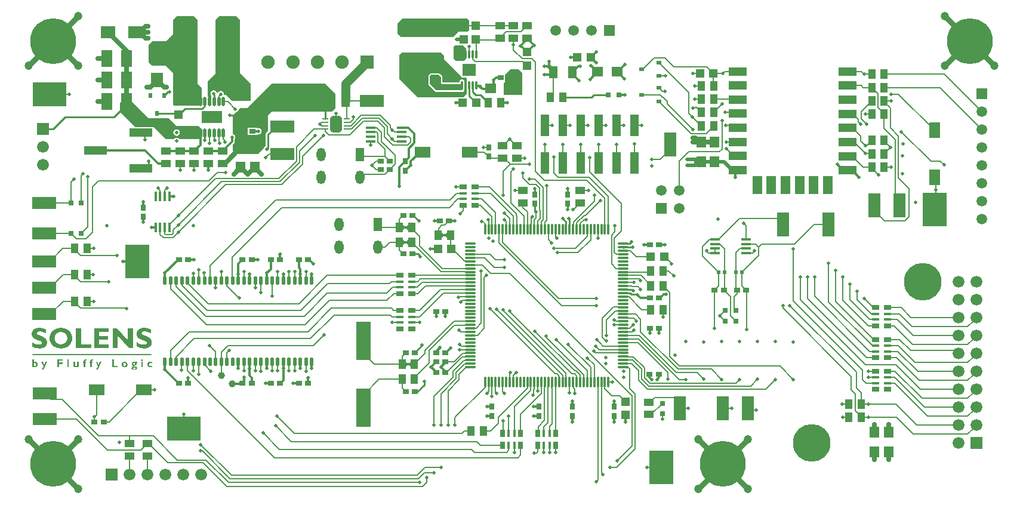
<source format=gtl>
G04 Layer_Physical_Order=1*
G04 Layer_Color=255*
%FSLAX25Y25*%
%MOIN*%
G70*
G01*
G75*
%ADD10R,0.05512X0.04331*%
%ADD11R,0.04331X0.05512*%
%ADD12R,0.04331X0.02756*%
%ADD13R,0.04331X0.01772*%
%ADD14O,0.01693X0.05315*%
%ADD15R,0.11614X0.06929*%
%ADD16R,0.02362X0.03150*%
%ADD17R,0.03150X0.02362*%
%ADD18R,0.07087X0.08465*%
%ADD19R,0.08465X0.07087*%
%ADD20O,0.06496X0.01161*%
%ADD21O,0.01161X0.06496*%
%ADD22R,0.07402X0.06614*%
%ADD23O,0.01142X0.05315*%
%ADD24O,0.02165X0.04724*%
%ADD25R,0.05512X0.01693*%
%ADD26R,0.01693X0.05512*%
%ADD27R,0.05000X0.12000*%
%ADD28R,0.02756X0.04331*%
%ADD29R,0.01772X0.04331*%
%ADD30R,0.07050X0.29500*%
%ADD31R,0.22400X0.06300*%
%ADD32R,0.12992X0.04685*%
%ADD33R,0.07087X0.13386*%
%ADD34R,0.13386X0.07087*%
%ADD35R,0.18504X0.13386*%
%ADD36R,0.13386X0.18504*%
%ADD37R,0.06890X0.04921*%
%ADD38R,0.04921X0.06890*%
%ADD39R,0.02362X0.02165*%
%ADD40R,0.03150X0.03150*%
%ADD41R,0.03150X0.03150*%
%ADD42R,0.05906X0.09449*%
%ADD43R,0.05512X0.05906*%
%ADD44R,0.05906X0.05512*%
%ADD45R,0.04724X0.04724*%
%ADD46R,0.04724X0.04724*%
%ADD47R,0.03543X0.02559*%
%ADD48R,0.02559X0.03543*%
%ADD49C,0.03937*%
%ADD50R,0.10000X0.04500*%
%ADD51R,0.05500X0.10000*%
%ADD52R,0.09055X0.05906*%
%ADD53R,0.05906X0.09055*%
%ADD54R,0.05118X0.07480*%
%ADD55O,0.05118X0.07480*%
%ADD56R,0.03543X0.00984*%
G04:AMPARAMS|DCode=57|XSize=93.7mil|YSize=64.96mil|CornerRadius=16.24mil|HoleSize=0mil|Usage=FLASHONLY|Rotation=270.000|XOffset=0mil|YOffset=0mil|HoleType=Round|Shape=RoundedRectangle|*
%AMROUNDEDRECTD57*
21,1,0.09370,0.03248,0,0,270.0*
21,1,0.06122,0.06496,0,0,270.0*
1,1,0.03248,-0.01624,-0.03061*
1,1,0.03248,-0.01624,0.03061*
1,1,0.03248,0.01624,0.03061*
1,1,0.03248,0.01624,-0.03061*
%
%ADD57ROUNDEDRECTD57*%
%ADD58R,0.07874X0.21654*%
%ADD59C,0.01000*%
%ADD60C,0.00800*%
%ADD61C,0.01200*%
%ADD62C,0.02953*%
%ADD63C,0.02000*%
%ADD64C,0.02500*%
%ADD65C,0.00787*%
%ADD66C,0.05000*%
%ADD67R,0.02559X0.01201*%
%ADD68C,0.25590*%
%ADD69C,0.06600*%
%ADD70R,0.06600X0.06600*%
%ADD71R,0.06600X0.06600*%
%ADD72R,0.05906X0.05906*%
%ADD73C,0.05906*%
%ADD74R,0.05906X0.05906*%
%ADD75C,0.07480*%
%ADD76R,0.07480X0.07480*%
%ADD77C,0.21000*%
%ADD78C,0.02000*%
%ADD79C,0.04724*%
%ADD80C,0.02400*%
G36*
X252067Y267224D02*
Y265158D01*
Y263090D01*
Y262008D01*
X251083Y261024D01*
X245866Y261024D01*
X243110Y258268D01*
X213779Y258268D01*
X211811Y260236D01*
Y261024D01*
Y265748D01*
X212205Y266142D01*
X214567Y268504D01*
X250787D01*
X252067Y267224D01*
D02*
G37*
G36*
X248524Y253642D02*
X250394Y251772D01*
X250394Y246063D01*
X249213Y244882D01*
X244291Y244882D01*
X243110Y246063D01*
X243110Y252953D01*
X243799Y253642D01*
X248524Y253642D01*
D02*
G37*
G36*
X279626Y240059D02*
X281496Y238189D01*
X281496Y232480D01*
X281496Y225984D01*
X271260D01*
Y232283D01*
X272047Y233071D01*
Y233353D01*
X272060D01*
Y237217D01*
X274902Y240059D01*
X279626Y240059D01*
D02*
G37*
G36*
X236220Y249508D02*
X237894Y247835D01*
X237894Y245768D01*
X246358Y237303D01*
X247468Y236194D01*
Y235657D01*
X250072D01*
X250492Y235236D01*
Y233366D01*
Y228642D01*
Y226378D01*
X248635Y224520D01*
X245165D01*
Y224409D01*
X223361D01*
X212894Y234877D01*
Y248228D01*
X214173Y249508D01*
X236220Y249508D01*
D02*
G37*
G36*
X124016Y267717D02*
X124016Y251575D01*
X124016Y246063D01*
X124016Y238189D01*
X129921Y232283D01*
Y222392D01*
X119636D01*
X116043Y225984D01*
X115182D01*
X115003Y226202D01*
X114864Y226904D01*
X114466Y227500D01*
X113870Y227898D01*
X113168Y228037D01*
X112466Y227898D01*
X111870Y227500D01*
X111594Y227086D01*
X111063Y227191D01*
X111046Y227277D01*
X110648Y227872D01*
X110053Y228270D01*
X109350Y228410D01*
X108648Y228270D01*
X108053Y227872D01*
X107655Y227277D01*
X107515Y226575D01*
X107655Y225872D01*
X108053Y225277D01*
X107874Y224803D01*
Y223984D01*
X107869Y223957D01*
Y220335D01*
X107874Y220307D01*
Y220079D01*
X107480Y219685D01*
X106693D01*
X106299Y220079D01*
X106299Y224803D01*
X105905Y225197D01*
X105905Y225984D01*
Y233465D01*
X110236Y237795D01*
X110236Y267717D01*
X112205Y269685D01*
X122047D01*
X124016Y267717D01*
D02*
G37*
G36*
X98425Y269685D02*
X100394Y267717D01*
Y232283D01*
X102756Y229921D01*
Y223984D01*
X102750Y223957D01*
Y220335D01*
X102756Y220307D01*
Y220079D01*
X102362Y219685D01*
X101181Y219685D01*
X87402D01*
X86614Y220472D01*
X86614Y238189D01*
X82677Y242126D01*
X74803D01*
X72835Y244094D01*
Y253937D01*
X74803Y255906D01*
X82677D01*
X86614Y259842D01*
X86614Y267717D01*
X88582Y269685D01*
X98425Y269685D01*
D02*
G37*
G36*
X177165Y226378D02*
X177165Y218504D01*
X175197Y216535D01*
X173031Y216535D01*
X155512Y216535D01*
X141732Y216535D01*
X139764Y214567D01*
X139764Y205691D01*
X138708Y204635D01*
X138420Y204205D01*
X138319Y203697D01*
Y197374D01*
X137888Y196943D01*
X137482Y196672D01*
X137210Y196265D01*
X133858Y192913D01*
X122047D01*
X120079Y194882D01*
Y198277D01*
X120498Y198695D01*
X120498Y198695D01*
X120807Y199159D01*
X120916Y199705D01*
X120916Y199705D01*
Y200963D01*
X121184Y201365D01*
X121324Y202067D01*
X121184Y202769D01*
X120786Y203365D01*
X120191Y203763D01*
X120079Y203785D01*
Y214567D01*
X121647Y216136D01*
X122061Y216218D01*
X122656Y216616D01*
X123054Y217211D01*
X123136Y217624D01*
X124016Y218504D01*
X127953D01*
X141732Y232283D01*
X171260D01*
X177165Y226378D01*
D02*
G37*
G36*
X63386Y222441D02*
X72835Y212992D01*
X84252Y212992D01*
X88583Y208661D01*
X100787Y208661D01*
X102756Y206693D01*
Y206465D01*
X102750Y206437D01*
Y202815D01*
X102756Y202787D01*
Y202362D01*
X101575Y201181D01*
X90024D01*
X89880Y201396D01*
X89285Y201794D01*
X88583Y201934D01*
X87880Y201794D01*
X87285Y201396D01*
X87141Y201181D01*
X82284D01*
X75800Y207665D01*
Y207817D01*
X75590Y207874D01*
X75324Y207874D01*
X65748Y207874D01*
X57087Y216535D01*
Y221654D01*
X57874Y222441D01*
X63386Y222441D01*
D02*
G37*
G36*
X218012Y150197D02*
X216437Y151772D01*
X218012Y153347D01*
Y150197D01*
D02*
G37*
G36*
X216437Y151772D02*
X214862Y150197D01*
Y153347D01*
X216437Y151772D01*
D02*
G37*
G36*
X239764Y146063D02*
X238189Y147638D01*
X239764Y149213D01*
Y146063D01*
D02*
G37*
G36*
X238189Y147638D02*
X236614Y146063D01*
Y149213D01*
X238189Y147638D01*
D02*
G37*
G36*
X218012Y142028D02*
X216437Y143602D01*
X218012Y145177D01*
Y142028D01*
D02*
G37*
G36*
X216437Y143602D02*
X214862Y142028D01*
Y145177D01*
X216437Y143602D01*
D02*
G37*
G36*
X70772Y95759D02*
X70931D01*
X71124Y95724D01*
X71353Y95706D01*
X71599Y95671D01*
X71863Y95618D01*
X72162Y95566D01*
X72479Y95495D01*
X72795Y95407D01*
X73147Y95319D01*
X73499Y95196D01*
X73868Y95073D01*
X74238Y94915D01*
Y92751D01*
X74220Y92769D01*
X74132Y92787D01*
X74027Y92839D01*
X73868Y92910D01*
X73675Y92980D01*
X73464Y93068D01*
X73217Y93156D01*
X72954Y93244D01*
X72391Y93420D01*
X71810Y93578D01*
X71230Y93701D01*
X70948Y93719D01*
X70702Y93736D01*
X70579D01*
X70438Y93719D01*
X70262Y93701D01*
X70086Y93666D01*
X69875Y93631D01*
X69682Y93560D01*
X69506Y93472D01*
X69488Y93455D01*
X69436Y93420D01*
X69365Y93367D01*
X69295Y93297D01*
X69207Y93209D01*
X69137Y93085D01*
X69084Y92962D01*
X69066Y92804D01*
Y92787D01*
Y92751D01*
X69084Y92681D01*
X69101Y92593D01*
X69137Y92505D01*
X69207Y92400D01*
X69277Y92276D01*
X69383Y92171D01*
X69401Y92153D01*
X69453Y92118D01*
X69541Y92065D01*
X69700Y91977D01*
X69893Y91872D01*
X70034Y91801D01*
X70174Y91749D01*
X70333Y91678D01*
X70509Y91590D01*
X70720Y91520D01*
X70931Y91432D01*
X70948D01*
X70984Y91414D01*
X71054Y91379D01*
X71142Y91362D01*
X71247Y91309D01*
X71371Y91274D01*
X71652Y91151D01*
X71969Y91027D01*
X72303Y90887D01*
X72619Y90728D01*
X72918Y90588D01*
X72954Y90570D01*
X73042Y90517D01*
X73182Y90429D01*
X73358Y90306D01*
X73552Y90148D01*
X73780Y89955D01*
X73991Y89743D01*
X74203Y89480D01*
X74220Y89444D01*
X74291Y89356D01*
X74378Y89198D01*
X74484Y88987D01*
X74572Y88741D01*
X74660Y88424D01*
X74730Y88072D01*
X74748Y87685D01*
Y87668D01*
Y87615D01*
Y87527D01*
X74730Y87422D01*
X74713Y87298D01*
X74677Y87140D01*
X74607Y86788D01*
X74449Y86384D01*
X74361Y86190D01*
X74238Y85979D01*
X74115Y85768D01*
X73939Y85575D01*
X73763Y85381D01*
X73552Y85205D01*
X73534Y85188D01*
X73499Y85170D01*
X73429Y85117D01*
X73341Y85065D01*
X73217Y84994D01*
X73077Y84924D01*
X72918Y84836D01*
X72725Y84748D01*
X72514Y84660D01*
X72285Y84572D01*
X72021Y84502D01*
X71758Y84431D01*
X71459Y84378D01*
X71142Y84326D01*
X70808Y84308D01*
X70456Y84290D01*
X70245D01*
X70104Y84308D01*
X69911Y84326D01*
X69700Y84343D01*
X69436Y84378D01*
X69172Y84431D01*
X68873Y84484D01*
X68556Y84554D01*
X68222Y84642D01*
X67870Y84748D01*
X67518Y84871D01*
X67149Y85012D01*
X66797Y85170D01*
X66428Y85364D01*
Y87756D01*
X66445D01*
X66480Y87721D01*
X66533Y87685D01*
X66621Y87633D01*
X66709Y87562D01*
X66832Y87492D01*
X67096Y87334D01*
X67395Y87158D01*
X67729Y86982D01*
X68064Y86806D01*
X68398Y86665D01*
X68415D01*
X68433Y86648D01*
X68486Y86630D01*
X68556Y86612D01*
X68714Y86560D01*
X68943Y86507D01*
X69225Y86436D01*
X69541Y86384D01*
X69875Y86349D01*
X70227Y86331D01*
X70385D01*
X70491Y86349D01*
X70614Y86366D01*
X70755Y86384D01*
X71054Y86454D01*
X71353Y86577D01*
X71494Y86665D01*
X71617Y86771D01*
X71722Y86894D01*
X71810Y87035D01*
X71863Y87193D01*
X71881Y87369D01*
Y87386D01*
Y87422D01*
X71863Y87492D01*
X71846Y87580D01*
X71793Y87685D01*
X71740Y87791D01*
X71652Y87914D01*
X71546Y88020D01*
X71529Y88037D01*
X71476Y88072D01*
X71371Y88143D01*
X71230Y88231D01*
X71019Y88354D01*
X70878Y88407D01*
X70737Y88477D01*
X70579Y88547D01*
X70385Y88635D01*
X70192Y88706D01*
X69963Y88794D01*
X69946D01*
X69911Y88811D01*
X69840Y88846D01*
X69752Y88864D01*
X69647Y88917D01*
X69524Y88952D01*
X69242Y89075D01*
X68925Y89198D01*
X68591Y89339D01*
X68275Y89497D01*
X67976Y89638D01*
X67940Y89656D01*
X67852Y89708D01*
X67712Y89796D01*
X67554Y89919D01*
X67360Y90078D01*
X67149Y90254D01*
X66938Y90482D01*
X66727Y90728D01*
X66709Y90764D01*
X66639Y90852D01*
X66568Y91010D01*
X66463Y91221D01*
X66375Y91485D01*
X66287Y91801D01*
X66217Y92153D01*
X66199Y92558D01*
Y92575D01*
Y92628D01*
Y92699D01*
X66217Y92804D01*
X66234Y92927D01*
X66252Y93068D01*
X66340Y93385D01*
X66480Y93754D01*
X66568Y93947D01*
X66674Y94141D01*
X66815Y94334D01*
X66973Y94528D01*
X67149Y94704D01*
X67342Y94880D01*
X67360Y94897D01*
X67395Y94915D01*
X67466Y94968D01*
X67554Y95020D01*
X67677Y95091D01*
X67817Y95161D01*
X67976Y95249D01*
X68169Y95337D01*
X68380Y95407D01*
X68609Y95495D01*
X68873Y95566D01*
X69154Y95636D01*
X69436Y95689D01*
X69770Y95742D01*
X70104Y95759D01*
X70456Y95777D01*
X70632D01*
X70772Y95759D01*
D02*
G37*
G36*
X12251D02*
X12409D01*
X12602Y95724D01*
X12831Y95706D01*
X13077Y95671D01*
X13341Y95618D01*
X13640Y95566D01*
X13957Y95495D01*
X14273Y95407D01*
X14625Y95319D01*
X14977Y95196D01*
X15346Y95073D01*
X15716Y94915D01*
Y92751D01*
X15698Y92769D01*
X15610Y92787D01*
X15505Y92839D01*
X15346Y92910D01*
X15153Y92980D01*
X14942Y93068D01*
X14696Y93156D01*
X14432Y93244D01*
X13869Y93420D01*
X13288Y93578D01*
X12708Y93701D01*
X12426Y93719D01*
X12180Y93736D01*
X12057D01*
X11916Y93719D01*
X11740Y93701D01*
X11564Y93666D01*
X11354Y93631D01*
X11160Y93560D01*
X10984Y93472D01*
X10966Y93455D01*
X10914Y93420D01*
X10843Y93367D01*
X10773Y93297D01*
X10685Y93209D01*
X10615Y93085D01*
X10562Y92962D01*
X10544Y92804D01*
Y92787D01*
Y92751D01*
X10562Y92681D01*
X10580Y92593D01*
X10615Y92505D01*
X10685Y92400D01*
X10755Y92276D01*
X10861Y92171D01*
X10879Y92153D01*
X10931Y92118D01*
X11019Y92065D01*
X11178Y91977D01*
X11371Y91872D01*
X11512Y91801D01*
X11653Y91749D01*
X11811Y91678D01*
X11987Y91590D01*
X12198Y91520D01*
X12409Y91432D01*
X12426D01*
X12462Y91414D01*
X12532Y91379D01*
X12620Y91362D01*
X12725Y91309D01*
X12849Y91274D01*
X13130Y91151D01*
X13447Y91027D01*
X13781Y90887D01*
X14097Y90728D01*
X14397Y90588D01*
X14432Y90570D01*
X14520Y90517D01*
X14660Y90429D01*
X14836Y90306D01*
X15030Y90148D01*
X15258Y89955D01*
X15470Y89743D01*
X15681Y89480D01*
X15698Y89444D01*
X15768Y89356D01*
X15856Y89198D01*
X15962Y88987D01*
X16050Y88741D01*
X16138Y88424D01*
X16208Y88072D01*
X16226Y87685D01*
Y87668D01*
Y87615D01*
Y87527D01*
X16208Y87422D01*
X16191Y87298D01*
X16156Y87140D01*
X16085Y86788D01*
X15927Y86384D01*
X15839Y86190D01*
X15716Y85979D01*
X15593Y85768D01*
X15417Y85575D01*
X15241Y85381D01*
X15030Y85205D01*
X15012Y85188D01*
X14977Y85170D01*
X14907Y85117D01*
X14819Y85065D01*
X14696Y84994D01*
X14555Y84924D01*
X14397Y84836D01*
X14203Y84748D01*
X13992Y84660D01*
X13763Y84572D01*
X13499Y84502D01*
X13236Y84431D01*
X12937Y84378D01*
X12620Y84326D01*
X12286Y84308D01*
X11934Y84290D01*
X11723D01*
X11582Y84308D01*
X11389Y84326D01*
X11178Y84343D01*
X10914Y84378D01*
X10650Y84431D01*
X10351Y84484D01*
X10034Y84554D01*
X9700Y84642D01*
X9348Y84748D01*
X8996Y84871D01*
X8627Y85012D01*
X8275Y85170D01*
X7906Y85364D01*
Y87756D01*
X7923D01*
X7959Y87721D01*
X8011Y87685D01*
X8099Y87633D01*
X8187Y87562D01*
X8310Y87492D01*
X8574Y87334D01*
X8873Y87158D01*
X9207Y86982D01*
X9542Y86806D01*
X9876Y86665D01*
X9894D01*
X9911Y86648D01*
X9964Y86630D01*
X10034Y86612D01*
X10193Y86560D01*
X10421Y86507D01*
X10703Y86436D01*
X11019Y86384D01*
X11354Y86349D01*
X11705Y86331D01*
X11864D01*
X11969Y86349D01*
X12092Y86366D01*
X12233Y86384D01*
X12532Y86454D01*
X12831Y86577D01*
X12972Y86665D01*
X13095Y86771D01*
X13200Y86894D01*
X13288Y87035D01*
X13341Y87193D01*
X13359Y87369D01*
Y87386D01*
Y87422D01*
X13341Y87492D01*
X13323Y87580D01*
X13271Y87685D01*
X13218Y87791D01*
X13130Y87914D01*
X13025Y88020D01*
X13007Y88037D01*
X12954Y88072D01*
X12849Y88143D01*
X12708Y88231D01*
X12497Y88354D01*
X12356Y88407D01*
X12215Y88477D01*
X12057Y88547D01*
X11864Y88635D01*
X11670Y88706D01*
X11441Y88794D01*
X11424D01*
X11389Y88811D01*
X11318Y88846D01*
X11230Y88864D01*
X11125Y88917D01*
X11002Y88952D01*
X10720Y89075D01*
X10404Y89198D01*
X10069Y89339D01*
X9753Y89497D01*
X9454Y89638D01*
X9419Y89656D01*
X9331Y89708D01*
X9190Y89796D01*
X9032Y89919D01*
X8838Y90078D01*
X8627Y90254D01*
X8416Y90482D01*
X8205Y90728D01*
X8187Y90764D01*
X8117Y90852D01*
X8046Y91010D01*
X7941Y91221D01*
X7853Y91485D01*
X7765Y91801D01*
X7695Y92153D01*
X7677Y92558D01*
Y92575D01*
Y92628D01*
Y92699D01*
X7695Y92804D01*
X7712Y92927D01*
X7730Y93068D01*
X7818Y93385D01*
X7959Y93754D01*
X8046Y93947D01*
X8152Y94141D01*
X8293Y94334D01*
X8451Y94528D01*
X8627Y94704D01*
X8821Y94880D01*
X8838Y94897D01*
X8873Y94915D01*
X8944Y94968D01*
X9032Y95020D01*
X9155Y95091D01*
X9295Y95161D01*
X9454Y95249D01*
X9647Y95337D01*
X9858Y95407D01*
X10087Y95495D01*
X10351Y95566D01*
X10632Y95636D01*
X10914Y95689D01*
X11248Y95742D01*
X11582Y95759D01*
X11934Y95777D01*
X12110D01*
X12251Y95759D01*
D02*
G37*
G36*
X64159Y84449D02*
X61819D01*
X55645Y91590D01*
Y84449D01*
X52866D01*
Y95618D01*
X55399D01*
X61379Y88776D01*
Y95618D01*
X64159D01*
Y84449D01*
D02*
G37*
G36*
X50597Y93578D02*
X45249D01*
Y91221D01*
X50350D01*
Y89180D01*
X45249D01*
Y86489D01*
X50702D01*
Y84449D01*
X42470D01*
Y95618D01*
X50597D01*
Y93578D01*
D02*
G37*
G36*
X35170Y86489D02*
X40905D01*
Y84449D01*
X32391D01*
Y95618D01*
X35170D01*
Y86489D01*
D02*
G37*
G36*
X24229Y95759D02*
X24423Y95742D01*
X24669Y95724D01*
X24950Y95689D01*
X25267Y95636D01*
X25601Y95566D01*
X25971Y95460D01*
X26340Y95355D01*
X26727Y95214D01*
X27114Y95038D01*
X27501Y94845D01*
X27871Y94616D01*
X28240Y94334D01*
X28574Y94035D01*
X28592Y94018D01*
X28644Y93965D01*
X28732Y93859D01*
X28855Y93736D01*
X28979Y93560D01*
X29137Y93367D01*
X29295Y93138D01*
X29471Y92892D01*
X29629Y92611D01*
X29788Y92294D01*
X29946Y91977D01*
X30069Y91625D01*
X30192Y91239D01*
X30280Y90852D01*
X30333Y90447D01*
X30351Y90025D01*
Y90007D01*
Y89919D01*
X30333Y89796D01*
X30316Y89638D01*
X30298Y89427D01*
X30263Y89198D01*
X30192Y88934D01*
X30122Y88653D01*
X30034Y88336D01*
X29911Y88020D01*
X29770Y87685D01*
X29594Y87351D01*
X29383Y86999D01*
X29155Y86665D01*
X28873Y86331D01*
X28556Y85997D01*
X28539Y85979D01*
X28468Y85926D01*
X28381Y85838D01*
X28240Y85733D01*
X28046Y85610D01*
X27835Y85452D01*
X27589Y85311D01*
X27308Y85152D01*
X26991Y84977D01*
X26639Y84836D01*
X26270Y84695D01*
X25848Y84554D01*
X25425Y84449D01*
X24950Y84361D01*
X24458Y84308D01*
X23948Y84290D01*
X23825D01*
X23684Y84308D01*
X23473Y84326D01*
X23244Y84343D01*
X22963Y84378D01*
X22646Y84431D01*
X22312Y84502D01*
X21960Y84589D01*
X21573Y84695D01*
X21204Y84836D01*
X20817Y85012D01*
X20430Y85205D01*
X20043Y85416D01*
X19691Y85680D01*
X19339Y85979D01*
X19322Y85997D01*
X19269Y86049D01*
X19181Y86155D01*
X19058Y86278D01*
X18935Y86454D01*
X18776Y86648D01*
X18618Y86876D01*
X18460Y87122D01*
X18284Y87404D01*
X18126Y87721D01*
X17967Y88055D01*
X17844Y88407D01*
X17721Y88776D01*
X17633Y89180D01*
X17580Y89603D01*
X17563Y90025D01*
Y90060D01*
Y90130D01*
X17580Y90254D01*
X17598Y90412D01*
X17616Y90605D01*
X17651Y90852D01*
X17704Y91115D01*
X17791Y91397D01*
X17879Y91696D01*
X17985Y92030D01*
X18143Y92347D01*
X18302Y92699D01*
X18513Y93050D01*
X18741Y93385D01*
X19005Y93719D01*
X19322Y94053D01*
X19339Y94071D01*
X19410Y94123D01*
X19498Y94211D01*
X19638Y94317D01*
X19814Y94458D01*
X20043Y94598D01*
X20289Y94757D01*
X20571Y94915D01*
X20887Y95073D01*
X21239Y95231D01*
X21608Y95372D01*
X22031Y95513D01*
X22470Y95618D01*
X22928Y95706D01*
X23420Y95759D01*
X23948Y95777D01*
X24071D01*
X24229Y95759D01*
D02*
G37*
G36*
X41667Y78204D02*
X41742Y78197D01*
X41838Y78184D01*
X41960Y78170D01*
X42104Y78150D01*
Y77413D01*
X42090D01*
X42056Y77420D01*
X42001Y77427D01*
X41940Y77434D01*
X41804Y77440D01*
X41742Y77447D01*
X41640D01*
X41606Y77440D01*
X41531Y77420D01*
X41435Y77386D01*
X41388Y77359D01*
X41340Y77318D01*
X41299Y77277D01*
X41265Y77229D01*
X41231Y77167D01*
X41203Y77099D01*
X41190Y77017D01*
X41183Y76929D01*
Y76745D01*
X41599D01*
Y76117D01*
X41183D01*
Y73819D01*
X40262D01*
Y76117D01*
X39846D01*
Y76745D01*
X40262D01*
Y76888D01*
Y76895D01*
Y76915D01*
Y76949D01*
X40269Y76990D01*
X40276Y77045D01*
X40283Y77106D01*
X40303Y77242D01*
X40344Y77399D01*
X40405Y77556D01*
X40446Y77638D01*
X40494Y77713D01*
X40542Y77788D01*
X40603Y77856D01*
X40610Y77863D01*
X40617Y77870D01*
X40637Y77890D01*
X40665Y77911D01*
X40705Y77938D01*
X40746Y77965D01*
X40794Y78000D01*
X40849Y78034D01*
X40917Y78068D01*
X40985Y78102D01*
X41149Y78156D01*
X41333Y78197D01*
X41435Y78204D01*
X41544Y78211D01*
X41613D01*
X41667Y78204D01*
D02*
G37*
G36*
X37984D02*
X38059Y78197D01*
X38155Y78184D01*
X38278Y78170D01*
X38421Y78150D01*
Y77413D01*
X38407D01*
X38373Y77420D01*
X38318Y77427D01*
X38257Y77434D01*
X38121Y77440D01*
X38059Y77447D01*
X37957D01*
X37923Y77440D01*
X37848Y77420D01*
X37752Y77386D01*
X37705Y77359D01*
X37657Y77318D01*
X37616Y77277D01*
X37582Y77229D01*
X37548Y77167D01*
X37521Y77099D01*
X37507Y77017D01*
X37500Y76929D01*
Y76745D01*
X37916D01*
Y76117D01*
X37500D01*
Y73819D01*
X36579D01*
Y76117D01*
X36163D01*
Y76745D01*
X36579D01*
Y76888D01*
Y76895D01*
Y76915D01*
Y76949D01*
X36586Y76990D01*
X36593Y77045D01*
X36600Y77106D01*
X36620Y77242D01*
X36661Y77399D01*
X36723Y77556D01*
X36764Y77638D01*
X36811Y77713D01*
X36859Y77788D01*
X36920Y77856D01*
X36927Y77863D01*
X36934Y77870D01*
X36955Y77890D01*
X36982Y77911D01*
X37023Y77938D01*
X37064Y77965D01*
X37111Y78000D01*
X37166Y78034D01*
X37234Y78068D01*
X37302Y78102D01*
X37466Y78156D01*
X37650Y78197D01*
X37752Y78204D01*
X37862Y78211D01*
X37930D01*
X37984Y78204D01*
D02*
G37*
G36*
X69322D02*
X69370Y78190D01*
X69431Y78177D01*
X69486Y78150D01*
X69547Y78109D01*
X69609Y78061D01*
X69616Y78054D01*
X69629Y78034D01*
X69656Y78000D01*
X69684Y77959D01*
X69711Y77904D01*
X69738Y77843D01*
X69752Y77775D01*
X69759Y77700D01*
Y77693D01*
Y77665D01*
X69752Y77624D01*
X69738Y77577D01*
X69725Y77522D01*
X69697Y77461D01*
X69656Y77406D01*
X69609Y77345D01*
X69602Y77338D01*
X69581Y77324D01*
X69547Y77297D01*
X69506Y77270D01*
X69452Y77242D01*
X69390Y77215D01*
X69322Y77202D01*
X69247Y77195D01*
X69213D01*
X69172Y77202D01*
X69124Y77215D01*
X69070Y77229D01*
X69008Y77256D01*
X68954Y77297D01*
X68893Y77345D01*
X68886Y77352D01*
X68872Y77372D01*
X68845Y77406D01*
X68824Y77447D01*
X68797Y77495D01*
X68770Y77556D01*
X68756Y77624D01*
X68749Y77700D01*
Y77706D01*
Y77734D01*
X68756Y77775D01*
X68770Y77822D01*
X68783Y77884D01*
X68811Y77938D01*
X68845Y78000D01*
X68893Y78061D01*
X68899Y78068D01*
X68920Y78081D01*
X68954Y78109D01*
X68995Y78136D01*
X69043Y78163D01*
X69104Y78190D01*
X69172Y78204D01*
X69247Y78211D01*
X69281D01*
X69322Y78204D01*
D02*
G37*
G36*
X73912Y76799D02*
X73967D01*
X74021Y76792D01*
X74089Y76779D01*
X74233Y76758D01*
X74403Y76724D01*
X74587Y76676D01*
X74778Y76608D01*
Y75926D01*
X74771D01*
X74758Y75933D01*
X74737Y75947D01*
X74710Y75960D01*
X74635Y75988D01*
X74540Y76029D01*
X74424Y76063D01*
X74294Y76097D01*
X74158Y76117D01*
X74021Y76124D01*
X73953D01*
X73878Y76110D01*
X73782Y76097D01*
X73680Y76069D01*
X73564Y76029D01*
X73462Y75967D01*
X73360Y75892D01*
X73346Y75879D01*
X73319Y75851D01*
X73285Y75797D01*
X73237Y75728D01*
X73189Y75640D01*
X73155Y75531D01*
X73128Y75408D01*
X73114Y75272D01*
Y75265D01*
Y75258D01*
Y75238D01*
X73121Y75210D01*
X73128Y75135D01*
X73141Y75046D01*
X73176Y74951D01*
X73216Y74842D01*
X73271Y74740D01*
X73353Y74644D01*
X73366Y74637D01*
X73401Y74610D01*
X73448Y74569D01*
X73523Y74528D01*
X73619Y74487D01*
X73721Y74446D01*
X73851Y74419D01*
X73987Y74412D01*
X74001D01*
X74042Y74419D01*
X74110Y74426D01*
X74199Y74440D01*
X74321Y74460D01*
X74464Y74501D01*
X74628Y74549D01*
X74819Y74617D01*
Y73949D01*
X74812D01*
X74792Y73942D01*
X74765Y73928D01*
X74730Y73921D01*
X74676Y73908D01*
X74621Y73887D01*
X74560Y73874D01*
X74492Y73853D01*
X74335Y73819D01*
X74171Y73785D01*
X73994Y73764D01*
X73823Y73757D01*
X73748D01*
X73694Y73764D01*
X73633Y73771D01*
X73557Y73778D01*
X73469Y73792D01*
X73380Y73812D01*
X73182Y73860D01*
X73080Y73894D01*
X72978Y73928D01*
X72875Y73976D01*
X72773Y74030D01*
X72678Y74092D01*
X72589Y74167D01*
X72582Y74173D01*
X72569Y74187D01*
X72548Y74208D01*
X72521Y74242D01*
X72480Y74283D01*
X72446Y74337D01*
X72405Y74392D01*
X72364Y74460D01*
X72316Y74535D01*
X72275Y74617D01*
X72241Y74705D01*
X72207Y74808D01*
X72173Y74910D01*
X72153Y75019D01*
X72139Y75142D01*
X72132Y75265D01*
Y75272D01*
Y75292D01*
Y75326D01*
X72139Y75374D01*
X72146Y75435D01*
X72159Y75497D01*
X72173Y75572D01*
X72193Y75653D01*
X72248Y75831D01*
X72282Y75920D01*
X72330Y76015D01*
X72384Y76104D01*
X72446Y76199D01*
X72514Y76288D01*
X72596Y76370D01*
X72603Y76376D01*
X72616Y76390D01*
X72644Y76411D01*
X72678Y76438D01*
X72725Y76472D01*
X72780Y76506D01*
X72848Y76547D01*
X72923Y76588D01*
X73005Y76629D01*
X73094Y76670D01*
X73189Y76704D01*
X73298Y76738D01*
X73414Y76765D01*
X73530Y76786D01*
X73660Y76799D01*
X73789Y76806D01*
X73871D01*
X73912Y76799D01*
D02*
G37*
G36*
X44702Y72414D02*
X43727D01*
X44579Y74290D01*
X43440Y76745D01*
X44422D01*
X45036Y75244D01*
X45698Y76745D01*
X46659D01*
X44702Y72414D01*
D02*
G37*
G36*
X14244D02*
X13269D01*
X14121Y74290D01*
X12982Y76745D01*
X13964D01*
X14578Y75244D01*
X15240Y76745D01*
X16201D01*
X14244Y72414D01*
D02*
G37*
G36*
X33920Y73819D02*
X32999D01*
Y74235D01*
X32992Y74228D01*
X32978Y74215D01*
X32958Y74194D01*
X32924Y74160D01*
X32890Y74126D01*
X32842Y74085D01*
X32787Y74044D01*
X32726Y73996D01*
X32590Y73908D01*
X32426Y73832D01*
X32337Y73798D01*
X32249Y73778D01*
X32153Y73764D01*
X32051Y73757D01*
X32003D01*
X31969Y73764D01*
X31928D01*
X31887Y73771D01*
X31778Y73792D01*
X31648Y73832D01*
X31519Y73880D01*
X31396Y73955D01*
X31335Y73996D01*
X31273Y74051D01*
Y74058D01*
X31260Y74064D01*
X31226Y74105D01*
X31178Y74173D01*
X31130Y74262D01*
X31076Y74378D01*
X31028Y74521D01*
X30994Y74685D01*
X30987Y74774D01*
X30980Y74869D01*
Y76745D01*
X31901D01*
Y74924D01*
Y74917D01*
Y74903D01*
Y74876D01*
X31908Y74835D01*
X31928Y74746D01*
X31962Y74651D01*
X32017Y74549D01*
X32051Y74501D01*
X32099Y74460D01*
X32153Y74426D01*
X32215Y74399D01*
X32283Y74378D01*
X32365Y74371D01*
X32406D01*
X32453Y74385D01*
X32515Y74399D01*
X32590Y74419D01*
X32658Y74453D01*
X32733Y74501D01*
X32808Y74569D01*
X32815Y74576D01*
X32835Y74603D01*
X32869Y74637D01*
X32903Y74685D01*
X32937Y74733D01*
X32972Y74780D01*
X32992Y74828D01*
X32999Y74869D01*
Y76745D01*
X33920D01*
Y73819D01*
D02*
G37*
G36*
X219488D02*
X217913Y75394D01*
X219488Y76968D01*
Y73819D01*
D02*
G37*
G36*
X217913Y75394D02*
X216339Y73819D01*
Y76968D01*
X217913Y75394D01*
D02*
G37*
G36*
X69718Y73819D02*
X68797D01*
Y76745D01*
X69718D01*
Y73819D01*
D02*
G37*
G36*
X53541Y74610D02*
X55764D01*
Y73819D01*
X52463D01*
Y78150D01*
X53541D01*
Y74610D01*
D02*
G37*
G36*
X28436Y73819D02*
X27516D01*
Y78150D01*
X28436D01*
Y73819D01*
D02*
G37*
G36*
X24985Y77359D02*
X23083D01*
Y76390D01*
X24985D01*
Y75599D01*
X23083D01*
Y73819D01*
X22005D01*
Y78150D01*
X24985D01*
Y77359D01*
D02*
G37*
G36*
X59651Y76799D02*
X59706Y76792D01*
X59774Y76786D01*
X59856Y76772D01*
X59938Y76758D01*
X60115Y76704D01*
X60217Y76676D01*
X60313Y76636D01*
X60409Y76588D01*
X60511Y76533D01*
X60606Y76472D01*
X60695Y76397D01*
X60702Y76390D01*
X60715Y76376D01*
X60743Y76356D01*
X60770Y76322D01*
X60804Y76281D01*
X60845Y76233D01*
X60893Y76172D01*
X60940Y76104D01*
X60981Y76029D01*
X61029Y75947D01*
X61070Y75851D01*
X61104Y75756D01*
X61131Y75647D01*
X61159Y75531D01*
X61172Y75401D01*
X61179Y75272D01*
Y75265D01*
Y75238D01*
Y75203D01*
X61172Y75156D01*
X61165Y75094D01*
X61152Y75019D01*
X61138Y74944D01*
X61118Y74862D01*
X61090Y74774D01*
X61056Y74678D01*
X61022Y74590D01*
X60975Y74494D01*
X60913Y74405D01*
X60852Y74317D01*
X60777Y74228D01*
X60688Y74153D01*
X60681Y74146D01*
X60668Y74139D01*
X60640Y74119D01*
X60599Y74092D01*
X60558Y74064D01*
X60497Y74030D01*
X60436Y73989D01*
X60361Y73955D01*
X60279Y73921D01*
X60197Y73880D01*
X60102Y73846D01*
X59999Y73819D01*
X59890Y73792D01*
X59774Y73778D01*
X59658Y73764D01*
X59535Y73757D01*
X59467D01*
X59413Y73764D01*
X59351Y73771D01*
X59283Y73778D01*
X59201Y73792D01*
X59113Y73812D01*
X58922Y73860D01*
X58826Y73894D01*
X58724Y73935D01*
X58622Y73983D01*
X58526Y74044D01*
X58431Y74105D01*
X58342Y74180D01*
X58335Y74187D01*
X58322Y74201D01*
X58301Y74221D01*
X58274Y74255D01*
X58233Y74296D01*
X58199Y74351D01*
X58158Y74412D01*
X58117Y74474D01*
X58069Y74549D01*
X58028Y74637D01*
X57994Y74726D01*
X57960Y74821D01*
X57926Y74924D01*
X57906Y75040D01*
X57892Y75156D01*
X57885Y75278D01*
Y75285D01*
Y75306D01*
Y75347D01*
X57892Y75394D01*
X57899Y75449D01*
X57912Y75517D01*
X57926Y75592D01*
X57946Y75674D01*
X57967Y75763D01*
X58001Y75851D01*
X58035Y75940D01*
X58083Y76035D01*
X58137Y76124D01*
X58199Y76219D01*
X58274Y76301D01*
X58356Y76383D01*
X58363Y76390D01*
X58376Y76404D01*
X58403Y76424D01*
X58438Y76451D01*
X58485Y76479D01*
X58540Y76520D01*
X58608Y76554D01*
X58683Y76595D01*
X58758Y76636D01*
X58854Y76670D01*
X58949Y76711D01*
X59051Y76738D01*
X59160Y76765D01*
X59283Y76786D01*
X59406Y76799D01*
X59535Y76806D01*
X59604D01*
X59651Y76799D01*
D02*
G37*
G36*
X8795Y76581D02*
X8801D01*
X8808Y76588D01*
X8829Y76601D01*
X8856Y76615D01*
X8931Y76649D01*
X9027Y76697D01*
X9136Y76738D01*
X9265Y76772D01*
X9402Y76799D01*
X9545Y76806D01*
X9606D01*
X9647Y76799D01*
X9702Y76792D01*
X9763Y76786D01*
X9831Y76772D01*
X9906Y76752D01*
X10070Y76704D01*
X10159Y76670D01*
X10241Y76629D01*
X10329Y76581D01*
X10411Y76520D01*
X10493Y76458D01*
X10568Y76383D01*
X10575Y76376D01*
X10588Y76363D01*
X10602Y76342D01*
X10629Y76308D01*
X10663Y76267D01*
X10697Y76213D01*
X10732Y76158D01*
X10773Y76090D01*
X10807Y76015D01*
X10841Y75926D01*
X10875Y75838D01*
X10909Y75742D01*
X10936Y75640D01*
X10950Y75524D01*
X10964Y75408D01*
X10970Y75285D01*
Y75278D01*
Y75258D01*
Y75217D01*
X10964Y75176D01*
X10957Y75115D01*
X10950Y75046D01*
X10936Y74971D01*
X10923Y74897D01*
X10875Y74719D01*
X10807Y74535D01*
X10766Y74440D01*
X10718Y74351D01*
X10657Y74262D01*
X10588Y74180D01*
X10582Y74173D01*
X10568Y74160D01*
X10548Y74139D01*
X10520Y74112D01*
X10479Y74085D01*
X10438Y74044D01*
X10384Y74010D01*
X10322Y73969D01*
X10254Y73928D01*
X10179Y73894D01*
X10016Y73826D01*
X9920Y73798D01*
X9818Y73778D01*
X9715Y73764D01*
X9606Y73757D01*
X9565D01*
X9531Y73764D01*
X9497D01*
X9449Y73771D01*
X9347Y73792D01*
X9218Y73826D01*
X9081Y73874D01*
X8938Y73942D01*
X8795Y74037D01*
Y73819D01*
X7874D01*
Y78150D01*
X8795D01*
Y76581D01*
D02*
G37*
G36*
X66546Y76131D02*
X66124D01*
X66131Y76117D01*
X66144Y76090D01*
X66171Y76035D01*
X66199Y75974D01*
X66226Y75899D01*
X66253Y75817D01*
X66267Y75728D01*
X66274Y75640D01*
Y75633D01*
Y75626D01*
Y75606D01*
X66267Y75585D01*
X66260Y75517D01*
X66240Y75435D01*
X66212Y75333D01*
X66165Y75231D01*
X66103Y75115D01*
X66014Y75006D01*
X66001Y74992D01*
X65967Y74958D01*
X65905Y74910D01*
X65824Y74856D01*
X65721Y74794D01*
X65592Y74740D01*
X65442Y74692D01*
X65264Y74665D01*
X65244D01*
X65217Y74658D01*
X65183D01*
X65101Y74644D01*
X65005Y74637D01*
X64910Y74617D01*
X64814Y74603D01*
X64773Y74590D01*
X64739Y74583D01*
X64719Y74576D01*
X64698Y74562D01*
X64691Y74555D01*
X64671Y74528D01*
X64644Y74487D01*
X64637Y74440D01*
Y74426D01*
X64650Y74399D01*
X64671Y74358D01*
X64691Y74337D01*
X64719Y74317D01*
X64726D01*
X64739Y74310D01*
X64780Y74296D01*
X64807D01*
X64835Y74290D01*
X64876Y74276D01*
X64923Y74269D01*
X64978Y74262D01*
X65046Y74255D01*
X65114Y74242D01*
X65203Y74235D01*
X65298Y74228D01*
X65401Y74215D01*
X65428D01*
X65455Y74208D01*
X65496Y74201D01*
X65544Y74194D01*
X65605Y74187D01*
X65728Y74160D01*
X65864Y74119D01*
X66008Y74064D01*
X66131Y73996D01*
X66185Y73955D01*
X66233Y73908D01*
X66246Y73894D01*
X66274Y73860D01*
X66308Y73812D01*
X66356Y73744D01*
X66396Y73655D01*
X66437Y73560D01*
X66465Y73457D01*
X66471Y73348D01*
Y73342D01*
Y73328D01*
Y73301D01*
X66465Y73267D01*
X66458Y73226D01*
X66451Y73185D01*
X66424Y73075D01*
X66376Y72953D01*
X66342Y72891D01*
X66301Y72837D01*
X66253Y72775D01*
X66206Y72714D01*
X66137Y72659D01*
X66069Y72612D01*
X66062D01*
X66049Y72598D01*
X66028Y72591D01*
X65994Y72571D01*
X65953Y72550D01*
X65905Y72530D01*
X65844Y72509D01*
X65776Y72489D01*
X65701Y72462D01*
X65612Y72441D01*
X65517Y72421D01*
X65414Y72400D01*
X65305Y72380D01*
X65183Y72373D01*
X65053Y72359D01*
X64842D01*
X64794Y72366D01*
X64726D01*
X64657Y72373D01*
X64575Y72380D01*
X64487Y72387D01*
X64296Y72421D01*
X64105Y72462D01*
X63921Y72516D01*
X63832Y72557D01*
X63757Y72598D01*
X63750D01*
X63744Y72612D01*
X63723Y72625D01*
X63696Y72639D01*
X63634Y72694D01*
X63559Y72762D01*
X63484Y72851D01*
X63423Y72953D01*
X63396Y73014D01*
X63382Y73075D01*
X63368Y73144D01*
X63362Y73212D01*
Y73219D01*
Y73232D01*
X63368Y73260D01*
X63375Y73301D01*
X63389Y73342D01*
X63402Y73389D01*
X63430Y73444D01*
X63457Y73505D01*
X63498Y73567D01*
X63552Y73628D01*
X63614Y73689D01*
X63689Y73751D01*
X63778Y73805D01*
X63880Y73860D01*
X64003Y73908D01*
X64139Y73949D01*
X64132D01*
X64125Y73955D01*
X64085Y73969D01*
X64030Y73996D01*
X63962Y74037D01*
X63894Y74085D01*
X63839Y74153D01*
X63798Y74235D01*
X63791Y74283D01*
X63784Y74330D01*
Y74337D01*
Y74344D01*
X63791Y74385D01*
X63812Y74440D01*
X63853Y74508D01*
X63880Y74542D01*
X63914Y74583D01*
X63955Y74617D01*
X64009Y74651D01*
X64071Y74685D01*
X64139Y74719D01*
X64221Y74746D01*
X64316Y74774D01*
X64303D01*
X64282Y74780D01*
X64255Y74787D01*
X64194Y74808D01*
X64112Y74835D01*
X64016Y74876D01*
X63921Y74931D01*
X63819Y74999D01*
X63730Y75081D01*
X63723Y75094D01*
X63696Y75128D01*
X63655Y75176D01*
X63614Y75251D01*
X63573Y75340D01*
X63532Y75435D01*
X63505Y75551D01*
X63498Y75674D01*
Y75681D01*
Y75694D01*
Y75715D01*
X63505Y75742D01*
X63512Y75783D01*
X63518Y75824D01*
X63539Y75926D01*
X63580Y76042D01*
X63641Y76165D01*
X63675Y76233D01*
X63723Y76295D01*
X63771Y76356D01*
X63832Y76417D01*
X63839Y76424D01*
X63846Y76431D01*
X63866Y76445D01*
X63894Y76472D01*
X63928Y76492D01*
X63968Y76520D01*
X64023Y76554D01*
X64078Y76581D01*
X64146Y76615D01*
X64214Y76642D01*
X64296Y76670D01*
X64385Y76697D01*
X64473Y76717D01*
X64575Y76731D01*
X64685Y76738D01*
X64801Y76745D01*
X66546D01*
Y76131D01*
D02*
G37*
%LPC*%
G36*
X235039Y237824D02*
X235039Y237824D01*
X230709Y237824D01*
X230397Y237761D01*
X230132Y237585D01*
X230132Y237585D01*
X229345Y236797D01*
X229168Y236533D01*
X229106Y236221D01*
X229106Y236220D01*
Y231890D01*
X229106Y231890D01*
X229168Y231578D01*
X229345Y231313D01*
X229345Y231313D01*
X232888Y227770D01*
X233152Y227593D01*
X233465Y227531D01*
X233465Y227531D01*
X247975D01*
X248031Y227520D01*
X248566Y227626D01*
X249020Y227929D01*
X249323Y228382D01*
X249429Y228917D01*
Y233091D01*
X249323Y233625D01*
X249020Y234079D01*
X248566Y234382D01*
X248031Y234488D01*
X247497Y234382D01*
X247043Y234079D01*
X246740Y233625D01*
X246634Y233091D01*
X246134Y232705D01*
X237346Y232705D01*
X237302Y232749D01*
X237037Y232926D01*
X237023Y232929D01*
Y235839D01*
X236962Y236152D01*
X236785Y236416D01*
X236785Y236416D01*
X235616Y237585D01*
X235616Y237585D01*
X235351Y237761D01*
X235039Y237824D01*
D02*
G37*
%LPD*%
G36*
X236208Y235839D02*
Y232172D01*
X236725D01*
X237008Y231890D01*
X246457Y231890D01*
X247342D01*
X247925Y232472D01*
X248425Y232461D01*
Y228740D01*
X248031Y228346D01*
X233465D01*
X229921Y231890D01*
Y236221D01*
X230709Y237008D01*
X235039Y237008D01*
X236208Y235839D01*
D02*
G37*
%LPC*%
G36*
X133477Y207591D02*
Y207591D01*
X128334D01*
Y203432D01*
X133477D01*
Y203432D01*
X133977Y203731D01*
X134252Y203677D01*
X134954Y203816D01*
X135550Y204214D01*
X135948Y204809D01*
X136087Y205512D01*
X135948Y206214D01*
X135550Y206809D01*
X134954Y207207D01*
X134252Y207347D01*
X133977Y207292D01*
X133477Y207591D01*
D02*
G37*
G36*
X88583Y206560D02*
X87880Y206420D01*
X87285Y206022D01*
X86887Y205427D01*
X86747Y204724D01*
X86887Y204022D01*
X87285Y203427D01*
X87880Y203029D01*
X88583Y202889D01*
X89285Y203029D01*
X89880Y203427D01*
X90278Y204022D01*
X90418Y204724D01*
X90278Y205427D01*
X89880Y206022D01*
X89285Y206420D01*
X88583Y206560D01*
D02*
G37*
G36*
X23948Y93455D02*
X23790D01*
X23684Y93437D01*
X23543Y93420D01*
X23403Y93402D01*
X23227Y93385D01*
X23033Y93332D01*
X22629Y93226D01*
X22207Y93050D01*
X21995Y92945D01*
X21784Y92822D01*
X21591Y92681D01*
X21397Y92505D01*
X21380Y92488D01*
X21362Y92470D01*
X21309Y92417D01*
X21239Y92329D01*
X21169Y92241D01*
X21098Y92136D01*
X21010Y91995D01*
X20922Y91854D01*
X20817Y91678D01*
X20729Y91485D01*
X20588Y91063D01*
X20465Y90570D01*
X20448Y90306D01*
X20430Y90025D01*
Y90007D01*
Y89955D01*
Y89884D01*
X20448Y89779D01*
X20465Y89638D01*
X20483Y89497D01*
X20553Y89145D01*
X20659Y88741D01*
X20834Y88336D01*
X20958Y88125D01*
X21081Y87932D01*
X21221Y87738D01*
X21397Y87545D01*
X21415Y87527D01*
X21450Y87510D01*
X21503Y87457D01*
X21573Y87404D01*
X21679Y87334D01*
X21784Y87246D01*
X21925Y87158D01*
X22083Y87087D01*
X22259Y86999D01*
X22453Y86911D01*
X22875Y86753D01*
X23385Y86648D01*
X23666Y86630D01*
X23948Y86612D01*
X24106D01*
X24212Y86630D01*
X24352Y86648D01*
X24493Y86665D01*
X24669Y86683D01*
X24863Y86735D01*
X25267Y86841D01*
X25689Y86999D01*
X25900Y87105D01*
X26112Y87246D01*
X26305Y87386D01*
X26498Y87545D01*
X26516Y87562D01*
X26534Y87597D01*
X26586Y87650D01*
X26657Y87721D01*
X26727Y87809D01*
X26815Y87932D01*
X26903Y88055D01*
X26991Y88213D01*
X27079Y88389D01*
X27167Y88565D01*
X27325Y88987D01*
X27448Y89480D01*
X27466Y89743D01*
X27483Y90025D01*
Y90042D01*
Y90095D01*
Y90183D01*
X27466Y90289D01*
X27448Y90412D01*
X27431Y90570D01*
X27360Y90922D01*
X27237Y91309D01*
X27061Y91731D01*
X26956Y91925D01*
X26833Y92136D01*
X26674Y92329D01*
X26498Y92505D01*
X26481Y92523D01*
X26446Y92540D01*
X26393Y92593D01*
X26323Y92646D01*
X26235Y92734D01*
X26112Y92804D01*
X25971Y92892D01*
X25812Y92980D01*
X25637Y93068D01*
X25443Y93156D01*
X25021Y93314D01*
X24511Y93420D01*
X24229Y93437D01*
X23948Y93455D01*
D02*
G37*
G36*
X59529Y76254D02*
X59515D01*
X59474Y76247D01*
X59420Y76240D01*
X59351Y76219D01*
X59269Y76192D01*
X59188Y76144D01*
X59113Y76083D01*
X59038Y76001D01*
X59031Y75988D01*
X59010Y75954D01*
X58983Y75899D01*
X58956Y75817D01*
X58922Y75715D01*
X58894Y75592D01*
X58874Y75442D01*
X58867Y75278D01*
Y75265D01*
Y75238D01*
X58874Y75190D01*
X58881Y75128D01*
X58888Y75053D01*
X58901Y74971D01*
X58922Y74883D01*
X58949Y74794D01*
X58983Y74699D01*
X59031Y74610D01*
X59085Y74528D01*
X59147Y74453D01*
X59222Y74392D01*
X59311Y74344D01*
X59413Y74317D01*
X59529Y74303D01*
X59556D01*
X59590Y74310D01*
X59631Y74317D01*
X59686Y74330D01*
X59740Y74358D01*
X59795Y74385D01*
X59863Y74426D01*
X59924Y74480D01*
X59979Y74549D01*
X60040Y74624D01*
X60088Y74726D01*
X60129Y74835D01*
X60163Y74971D01*
X60183Y75121D01*
X60190Y75299D01*
Y75313D01*
Y75340D01*
X60183Y75388D01*
Y75449D01*
X60170Y75524D01*
X60156Y75599D01*
X60136Y75688D01*
X60108Y75776D01*
X60074Y75865D01*
X60027Y75954D01*
X59979Y76035D01*
X59911Y76104D01*
X59836Y76165D01*
X59747Y76213D01*
X59645Y76240D01*
X59529Y76254D01*
D02*
G37*
G36*
X9320Y76192D02*
X9279D01*
X9224Y76179D01*
X9163Y76165D01*
X9081Y76138D01*
X8992Y76104D01*
X8897Y76049D01*
X8795Y75981D01*
Y74617D01*
X8808Y74603D01*
X8843Y74576D01*
X8897Y74542D01*
X8965Y74494D01*
X9047Y74446D01*
X9136Y74412D01*
X9231Y74385D01*
X9334Y74371D01*
X9347D01*
X9388Y74378D01*
X9449Y74385D01*
X9518Y74405D01*
X9600Y74433D01*
X9688Y74474D01*
X9770Y74535D01*
X9845Y74617D01*
X9852Y74630D01*
X9872Y74665D01*
X9906Y74719D01*
X9940Y74794D01*
X9975Y74890D01*
X10009Y75006D01*
X10029Y75142D01*
X10036Y75299D01*
Y75306D01*
Y75319D01*
Y75340D01*
Y75367D01*
X10029Y75442D01*
X10009Y75538D01*
X9988Y75647D01*
X9954Y75756D01*
X9906Y75858D01*
X9838Y75954D01*
X9831Y75967D01*
X9804Y75994D01*
X9756Y76029D01*
X9702Y76076D01*
X9627Y76117D01*
X9538Y76158D01*
X9436Y76185D01*
X9320Y76192D01*
D02*
G37*
G36*
X64882Y76199D02*
X64848D01*
X64801Y76192D01*
X64753Y76179D01*
X64691Y76158D01*
X64630Y76131D01*
X64569Y76097D01*
X64507Y76042D01*
X64500Y76035D01*
X64487Y76015D01*
X64460Y75981D01*
X64432Y75940D01*
X64405Y75879D01*
X64378Y75817D01*
X64364Y75749D01*
X64357Y75667D01*
Y75660D01*
Y75633D01*
X64364Y75592D01*
X64378Y75538D01*
X64398Y75483D01*
X64425Y75415D01*
X64460Y75353D01*
X64514Y75292D01*
X64521Y75285D01*
X64541Y75272D01*
X64575Y75244D01*
X64616Y75217D01*
X64671Y75190D01*
X64739Y75162D01*
X64807Y75149D01*
X64882Y75142D01*
X64916D01*
X64957Y75149D01*
X65012Y75162D01*
X65073Y75183D01*
X65135Y75210D01*
X65196Y75251D01*
X65258Y75306D01*
X65264Y75313D01*
X65285Y75333D01*
X65305Y75367D01*
X65339Y75415D01*
X65367Y75469D01*
X65387Y75538D01*
X65408Y75613D01*
X65414Y75694D01*
Y75701D01*
Y75728D01*
X65408Y75769D01*
X65394Y75817D01*
X65380Y75872D01*
X65353Y75933D01*
X65312Y75988D01*
X65264Y76049D01*
X65258Y76056D01*
X65237Y76069D01*
X65203Y76097D01*
X65162Y76124D01*
X65108Y76151D01*
X65039Y76179D01*
X64964Y76192D01*
X64882Y76199D01*
D02*
G37*
G36*
X65039Y73594D02*
X64855D01*
X64801Y73587D01*
X64726Y73580D01*
X64644Y73573D01*
X64562Y73560D01*
X64480Y73532D01*
X64405Y73505D01*
X64398Y73498D01*
X64378Y73485D01*
X64344Y73464D01*
X64316Y73437D01*
X64282Y73403D01*
X64248Y73362D01*
X64228Y73307D01*
X64221Y73253D01*
Y73246D01*
Y73239D01*
X64235Y73198D01*
X64262Y73144D01*
X64282Y73110D01*
X64316Y73082D01*
X64350Y73048D01*
X64405Y73014D01*
X64460Y72987D01*
X64535Y72960D01*
X64616Y72939D01*
X64719Y72919D01*
X64835Y72912D01*
X64964Y72905D01*
X65012D01*
X65066Y72912D01*
X65135Y72919D01*
X65210Y72932D01*
X65292Y72953D01*
X65367Y72980D01*
X65442Y73014D01*
X65448Y73021D01*
X65469Y73035D01*
X65503Y73055D01*
X65537Y73089D01*
X65564Y73123D01*
X65598Y73171D01*
X65619Y73219D01*
X65626Y73273D01*
Y73280D01*
Y73287D01*
X65612Y73321D01*
X65585Y73376D01*
X65564Y73403D01*
X65537Y73437D01*
X65496Y73464D01*
X65448Y73492D01*
X65394Y73519D01*
X65326Y73546D01*
X65244Y73567D01*
X65148Y73580D01*
X65039Y73594D01*
D02*
G37*
%LPD*%
D10*
X278543Y190453D02*
D03*
Y197343D02*
D03*
X62205Y31102D02*
D03*
Y24213D02*
D03*
X72146Y31201D02*
D03*
Y24311D02*
D03*
X270669Y190453D02*
D03*
Y197343D02*
D03*
X313779Y172343D02*
D03*
Y165453D02*
D03*
X82677Y187500D02*
D03*
Y194390D02*
D03*
X90551Y187500D02*
D03*
Y194390D02*
D03*
X114173D02*
D03*
Y187500D02*
D03*
X98425D02*
D03*
Y194390D02*
D03*
X106299Y187500D02*
D03*
Y194390D02*
D03*
X352362Y47343D02*
D03*
Y54232D02*
D03*
X269291Y264469D02*
D03*
Y257579D02*
D03*
X276772Y264469D02*
D03*
Y257579D02*
D03*
X284252Y264469D02*
D03*
Y257579D02*
D03*
X281890Y172343D02*
D03*
Y165453D02*
D03*
D11*
X214469Y75394D02*
D03*
X221358D02*
D03*
X297244Y224508D02*
D03*
X304134D02*
D03*
X360138Y119291D02*
D03*
X353248D02*
D03*
X470965Y53307D02*
D03*
X464075D02*
D03*
X470965Y45827D02*
D03*
X464075D02*
D03*
X353248Y127559D02*
D03*
X360138D02*
D03*
X252953Y38091D02*
D03*
X259842D02*
D03*
X214469Y67028D02*
D03*
X221358D02*
D03*
X31594Y140157D02*
D03*
X38484D02*
D03*
X31594Y125591D02*
D03*
X38484D02*
D03*
X31594Y110630D02*
D03*
X38484D02*
D03*
X269587Y221654D02*
D03*
X262697D02*
D03*
X360138Y105905D02*
D03*
X353248D02*
D03*
X381594Y230804D02*
D03*
X388484D02*
D03*
X381594Y223420D02*
D03*
X388484D02*
D03*
X476870Y200383D02*
D03*
X483760D02*
D03*
X476870Y192913D02*
D03*
X483760D02*
D03*
X476870Y222537D02*
D03*
X483760D02*
D03*
X476870Y215152D02*
D03*
X483760D02*
D03*
X381594Y216036D02*
D03*
X388484D02*
D03*
X476870Y185529D02*
D03*
X483760D02*
D03*
Y229921D02*
D03*
X476870D02*
D03*
X381594Y208651D02*
D03*
X388484D02*
D03*
X483760Y237402D02*
D03*
X476870D02*
D03*
X241634Y147638D02*
D03*
X234744D02*
D03*
X212992Y143602D02*
D03*
X219882D02*
D03*
X212992Y151772D02*
D03*
X219882D02*
D03*
D12*
X478937Y71595D02*
D03*
Y61398D02*
D03*
X485630Y71595D02*
D03*
Y61398D02*
D03*
X478937Y89311D02*
D03*
Y79114D02*
D03*
X485630Y89311D02*
D03*
Y79114D02*
D03*
X478937Y107027D02*
D03*
Y96831D02*
D03*
X485630Y107027D02*
D03*
Y96831D02*
D03*
X248622Y174390D02*
D03*
Y164193D02*
D03*
X255315Y174390D02*
D03*
Y164193D02*
D03*
X213189Y125177D02*
D03*
Y114980D02*
D03*
X219882Y125177D02*
D03*
Y114980D02*
D03*
X213189Y105492D02*
D03*
Y95295D02*
D03*
X219882Y105492D02*
D03*
Y95295D02*
D03*
D13*
X478937Y68071D02*
D03*
Y64921D02*
D03*
X485630Y68071D02*
D03*
Y64921D02*
D03*
X478937Y85787D02*
D03*
Y82638D02*
D03*
X485630Y85787D02*
D03*
Y82638D02*
D03*
X478937Y103504D02*
D03*
Y100354D02*
D03*
X485630Y103504D02*
D03*
Y100354D02*
D03*
X248622Y170866D02*
D03*
Y167717D02*
D03*
X255315Y170866D02*
D03*
Y167717D02*
D03*
X213189Y121653D02*
D03*
Y118504D02*
D03*
X219882Y121653D02*
D03*
Y118504D02*
D03*
X213189Y101969D02*
D03*
Y98819D02*
D03*
X219882Y101969D02*
D03*
Y98819D02*
D03*
D14*
X101870Y204626D02*
D03*
X104429D02*
D03*
X106988D02*
D03*
X109547D02*
D03*
X112106D02*
D03*
X114665D02*
D03*
X101870Y222146D02*
D03*
X104429D02*
D03*
X106988D02*
D03*
X109547D02*
D03*
X112106D02*
D03*
X114665D02*
D03*
D15*
X108268Y213386D02*
D03*
D16*
X77756Y215551D02*
D03*
X74016Y225394D02*
D03*
X81496D02*
D03*
D17*
X348228Y240158D02*
D03*
X358071Y243898D02*
D03*
Y236417D02*
D03*
X348228Y225984D02*
D03*
X358071Y229724D02*
D03*
Y222244D02*
D03*
D18*
X77756Y234151D02*
D03*
Y249505D02*
D03*
D19*
X65748Y260827D02*
D03*
X50394D02*
D03*
D20*
X252658Y142717D02*
D03*
Y140748D02*
D03*
Y138779D02*
D03*
Y136811D02*
D03*
Y134843D02*
D03*
Y132874D02*
D03*
Y130905D02*
D03*
Y128937D02*
D03*
Y126969D02*
D03*
Y125000D02*
D03*
Y123031D02*
D03*
Y121063D02*
D03*
Y119095D02*
D03*
Y117126D02*
D03*
Y115157D02*
D03*
Y113189D02*
D03*
Y111221D02*
D03*
Y109252D02*
D03*
Y107283D02*
D03*
Y105315D02*
D03*
Y103347D02*
D03*
Y101378D02*
D03*
Y99410D02*
D03*
Y97441D02*
D03*
Y95472D02*
D03*
Y93504D02*
D03*
Y91535D02*
D03*
Y89567D02*
D03*
Y87598D02*
D03*
Y85630D02*
D03*
Y83661D02*
D03*
Y81693D02*
D03*
Y79724D02*
D03*
Y77756D02*
D03*
Y75787D02*
D03*
Y73819D02*
D03*
X337894D02*
D03*
Y75787D02*
D03*
Y77756D02*
D03*
Y79724D02*
D03*
Y81693D02*
D03*
Y83661D02*
D03*
Y85630D02*
D03*
Y87598D02*
D03*
Y89567D02*
D03*
Y91535D02*
D03*
Y93504D02*
D03*
Y95472D02*
D03*
Y97441D02*
D03*
Y99410D02*
D03*
Y101378D02*
D03*
Y103347D02*
D03*
Y105315D02*
D03*
Y107283D02*
D03*
Y109252D02*
D03*
Y111221D02*
D03*
Y113189D02*
D03*
Y115157D02*
D03*
Y117126D02*
D03*
Y119095D02*
D03*
Y121063D02*
D03*
Y123031D02*
D03*
Y125000D02*
D03*
Y126969D02*
D03*
Y128937D02*
D03*
Y130905D02*
D03*
Y132874D02*
D03*
Y134843D02*
D03*
Y136811D02*
D03*
Y138779D02*
D03*
Y140748D02*
D03*
Y142717D02*
D03*
D21*
X260827Y65650D02*
D03*
X262795D02*
D03*
X264764D02*
D03*
X266732D02*
D03*
X268701D02*
D03*
X270669D02*
D03*
X272638D02*
D03*
X274606D02*
D03*
X276575D02*
D03*
X278543D02*
D03*
X280512D02*
D03*
X282480D02*
D03*
X284449D02*
D03*
X286417D02*
D03*
X288386D02*
D03*
X290354D02*
D03*
X292323D02*
D03*
X294291D02*
D03*
X296260D02*
D03*
X298228D02*
D03*
X300197D02*
D03*
X302165D02*
D03*
X304134D02*
D03*
X306102D02*
D03*
X308071D02*
D03*
X310039D02*
D03*
X312008D02*
D03*
X313976D02*
D03*
X315945D02*
D03*
X317913D02*
D03*
X319882D02*
D03*
X321850D02*
D03*
X323819D02*
D03*
X325787D02*
D03*
X327756D02*
D03*
X329724D02*
D03*
Y150886D02*
D03*
X327756D02*
D03*
X325787D02*
D03*
X323819D02*
D03*
X321850D02*
D03*
X319882D02*
D03*
X317913D02*
D03*
X315945D02*
D03*
X313976D02*
D03*
X312008D02*
D03*
X310039D02*
D03*
X308071D02*
D03*
X306102D02*
D03*
X304134D02*
D03*
X302165D02*
D03*
X300197D02*
D03*
X298228D02*
D03*
X296260D02*
D03*
X294291D02*
D03*
X292323D02*
D03*
X290354D02*
D03*
X288386D02*
D03*
X286417D02*
D03*
X284449D02*
D03*
X282480D02*
D03*
X280512D02*
D03*
X278543D02*
D03*
X276575D02*
D03*
X274606D02*
D03*
X272638D02*
D03*
X270669D02*
D03*
X268701D02*
D03*
X266732D02*
D03*
X264764D02*
D03*
X262795D02*
D03*
X260827D02*
D03*
D22*
X251969Y239764D02*
D03*
D23*
X255906Y248524D02*
D03*
X253937D02*
D03*
X251969D02*
D03*
X250000D02*
D03*
X248031D02*
D03*
X255906Y231004D02*
D03*
X253937D02*
D03*
X251969D02*
D03*
X250000D02*
D03*
X248031D02*
D03*
D24*
X163976Y122047D02*
D03*
X160827D02*
D03*
X157677D02*
D03*
X154528D02*
D03*
X151378D02*
D03*
X148228D02*
D03*
X145079D02*
D03*
X141929D02*
D03*
X138779D02*
D03*
X135630D02*
D03*
X132480D02*
D03*
X129331D02*
D03*
X126181D02*
D03*
X123031D02*
D03*
X119882D02*
D03*
X116732D02*
D03*
X113583D02*
D03*
X110433D02*
D03*
X107283D02*
D03*
X104134D02*
D03*
X100984D02*
D03*
X97835D02*
D03*
X94685D02*
D03*
X91535D02*
D03*
X88386D02*
D03*
X85236D02*
D03*
X82087D02*
D03*
X163976Y76772D02*
D03*
X160827D02*
D03*
X157677D02*
D03*
X154528D02*
D03*
X151378D02*
D03*
X148228D02*
D03*
X145079D02*
D03*
X141929D02*
D03*
X138779D02*
D03*
X135630D02*
D03*
X132480D02*
D03*
X129331D02*
D03*
X126181D02*
D03*
X123031D02*
D03*
X119882D02*
D03*
X116732D02*
D03*
X113583D02*
D03*
X110433D02*
D03*
X107283D02*
D03*
X104134D02*
D03*
X100984D02*
D03*
X97835D02*
D03*
X94685D02*
D03*
X91535D02*
D03*
X88386D02*
D03*
X85236D02*
D03*
X82087D02*
D03*
D25*
X214370Y199902D02*
D03*
Y202461D02*
D03*
Y205020D02*
D03*
Y207579D02*
D03*
X197047Y199902D02*
D03*
Y202461D02*
D03*
Y205020D02*
D03*
Y207579D02*
D03*
X406496Y137500D02*
D03*
Y140059D02*
D03*
Y142618D02*
D03*
Y145177D02*
D03*
X389173Y137500D02*
D03*
Y140059D02*
D03*
Y142618D02*
D03*
Y145177D02*
D03*
D26*
X76870Y151772D02*
D03*
X79429D02*
D03*
X81988D02*
D03*
X84547D02*
D03*
X76870Y169095D02*
D03*
X79429D02*
D03*
X81988D02*
D03*
X84547D02*
D03*
D27*
X344291Y208992D02*
D03*
Y187992D02*
D03*
X334291Y208992D02*
D03*
Y187992D02*
D03*
X324291Y208992D02*
D03*
Y187992D02*
D03*
X314291Y208992D02*
D03*
Y187992D02*
D03*
X304291Y208992D02*
D03*
Y187992D02*
D03*
X294291Y208992D02*
D03*
Y187992D02*
D03*
D28*
X270492Y30118D02*
D03*
X280689D02*
D03*
X270492Y36811D02*
D03*
X280689D02*
D03*
X290177Y30118D02*
D03*
X300374D02*
D03*
X290177Y36811D02*
D03*
X300374D02*
D03*
D29*
X274016Y30118D02*
D03*
X277165D02*
D03*
X274016Y36811D02*
D03*
X277165D02*
D03*
X293701Y30118D02*
D03*
X296850D02*
D03*
X293701Y36811D02*
D03*
X296850D02*
D03*
D30*
X116340Y250000D02*
D03*
X94290D02*
D03*
D31*
X225179Y245081D02*
D03*
Y263581D02*
D03*
D32*
X68504Y204675D02*
D03*
Y184675D02*
D03*
X43307Y194675D02*
D03*
D33*
X393701Y50689D02*
D03*
X407480D02*
D03*
X364173Y198327D02*
D03*
X369587Y50689D02*
D03*
X452756Y153543D02*
D03*
X427165D02*
D03*
X492126Y164173D02*
D03*
X478346D02*
D03*
D34*
X14961Y59055D02*
D03*
Y44882D02*
D03*
X147638Y222441D02*
D03*
Y192913D02*
D03*
Y208268D02*
D03*
X197638Y222441D02*
D03*
X14764Y165354D02*
D03*
Y148622D02*
D03*
Y132874D02*
D03*
Y118110D02*
D03*
Y103347D02*
D03*
D35*
X92520Y39370D02*
D03*
X17618Y226279D02*
D03*
D36*
X359252Y17717D02*
D03*
X66634Y132874D02*
D03*
X511811Y161713D02*
D03*
D37*
X126378Y225098D02*
D03*
Y214272D02*
D03*
D38*
X182973Y222441D02*
D03*
X172146D02*
D03*
X298917Y238484D02*
D03*
X309744D02*
D03*
D39*
X401083Y126969D02*
D03*
X404429D02*
D03*
X391339D02*
D03*
X394685D02*
D03*
D40*
X335531Y225984D02*
D03*
X329626D02*
D03*
X29528Y148622D02*
D03*
X35433D02*
D03*
X29528Y165354D02*
D03*
X35433D02*
D03*
X400984Y105610D02*
D03*
X395079D02*
D03*
X400984Y99508D02*
D03*
X395079D02*
D03*
D41*
X360039Y47736D02*
D03*
Y53642D02*
D03*
D42*
X60630Y246063D02*
D03*
X49606D02*
D03*
X60630Y234151D02*
D03*
X49606D02*
D03*
X60630Y222239D02*
D03*
X49606D02*
D03*
D43*
X486221Y26535D02*
D03*
Y37559D02*
D03*
X478346Y26535D02*
D03*
Y37559D02*
D03*
X124409Y185433D02*
D03*
Y196457D02*
D03*
X132283Y185433D02*
D03*
Y196457D02*
D03*
X381496Y199606D02*
D03*
Y188583D02*
D03*
X388878Y199606D02*
D03*
Y188583D02*
D03*
D44*
X263779Y229525D02*
D03*
X274803D02*
D03*
X334744Y238681D02*
D03*
X323721D02*
D03*
D45*
X234449Y139764D02*
D03*
X241929D02*
D03*
X353346Y135458D02*
D03*
X360827D02*
D03*
X319882Y246850D02*
D03*
X312402D02*
D03*
X255807Y221358D02*
D03*
X248327D02*
D03*
X388386Y237795D02*
D03*
X380906D02*
D03*
D46*
X339370Y54626D02*
D03*
Y47146D02*
D03*
X89567Y222244D02*
D03*
Y214764D02*
D03*
X255512Y256890D02*
D03*
Y264370D02*
D03*
X248819Y256890D02*
D03*
Y264370D02*
D03*
X284252Y242323D02*
D03*
Y249803D02*
D03*
D47*
X216535Y81988D02*
D03*
X221654D02*
D03*
X216634Y60039D02*
D03*
X221752D02*
D03*
X215158Y137008D02*
D03*
X220276D02*
D03*
X215158Y158661D02*
D03*
X220276D02*
D03*
X238583Y76870D02*
D03*
X233465D02*
D03*
X238583Y70866D02*
D03*
X233465D02*
D03*
X47835Y43307D02*
D03*
X42717D02*
D03*
X240748Y155512D02*
D03*
X235630D02*
D03*
X238583Y104921D02*
D03*
X233465D02*
D03*
X238583Y81988D02*
D03*
X233465D02*
D03*
X357972Y95374D02*
D03*
X352854D02*
D03*
X358071Y112598D02*
D03*
X352953D02*
D03*
X358071Y142126D02*
D03*
X352953D02*
D03*
X357874Y69882D02*
D03*
X352756D02*
D03*
X125787Y205512D02*
D03*
X130905D02*
D03*
X207579Y184055D02*
D03*
X202461D02*
D03*
X207579Y188878D02*
D03*
X202461D02*
D03*
X406693Y116831D02*
D03*
X401575D02*
D03*
X394193D02*
D03*
X389075D02*
D03*
X233661Y234252D02*
D03*
X238779D02*
D03*
X274606Y235433D02*
D03*
X269488D02*
D03*
X89961Y133858D02*
D03*
X95079D02*
D03*
X125394D02*
D03*
X130512D02*
D03*
X141142D02*
D03*
X146260D02*
D03*
X156890D02*
D03*
X162008D02*
D03*
X95079Y64961D02*
D03*
X89961D02*
D03*
X130512D02*
D03*
X125394D02*
D03*
X146260D02*
D03*
X141142D02*
D03*
X162008D02*
D03*
X156890D02*
D03*
D48*
X264665Y46555D02*
D03*
Y51673D02*
D03*
X290846Y46555D02*
D03*
Y51673D02*
D03*
X309744Y46555D02*
D03*
Y51673D02*
D03*
X332874Y46555D02*
D03*
Y51673D02*
D03*
X307087Y170177D02*
D03*
Y165059D02*
D03*
X288583Y170177D02*
D03*
Y165059D02*
D03*
X262795Y191339D02*
D03*
Y196457D02*
D03*
X216142Y188779D02*
D03*
Y183661D02*
D03*
X69882Y162992D02*
D03*
Y157874D02*
D03*
D49*
X113583Y69193D02*
D03*
X119685Y64567D02*
D03*
D50*
X401887Y238856D02*
D03*
Y231056D02*
D03*
Y223156D02*
D03*
Y215356D02*
D03*
Y207356D02*
D03*
Y199556D02*
D03*
Y191756D02*
D03*
Y183856D02*
D03*
X463387Y183756D02*
D03*
Y191656D02*
D03*
Y199456D02*
D03*
X463287Y207356D02*
D03*
Y215256D02*
D03*
Y223056D02*
D03*
Y231056D02*
D03*
Y238856D02*
D03*
D51*
X412887Y175656D02*
D03*
X420687D02*
D03*
X428487D02*
D03*
X436487D02*
D03*
X452287D02*
D03*
X444287D02*
D03*
D52*
X43898Y61024D02*
D03*
X70276D02*
D03*
X225984Y193898D02*
D03*
X252362D02*
D03*
D53*
X511811Y206102D02*
D03*
Y179724D02*
D03*
D54*
X200787Y153543D02*
D03*
X191043Y192520D02*
D03*
D55*
X179134Y153543D02*
D03*
X200787Y140945D02*
D03*
X179134D02*
D03*
X169390Y179921D02*
D03*
X191043D02*
D03*
X169390Y192520D02*
D03*
D56*
X183465Y212598D02*
D03*
Y210630D02*
D03*
Y208661D02*
D03*
Y206693D02*
D03*
X171653D02*
D03*
Y208661D02*
D03*
Y210630D02*
D03*
Y212598D02*
D03*
D57*
X177559Y209547D02*
D03*
D58*
X192913Y51181D02*
D03*
Y88583D02*
D03*
D59*
X139645Y195887D02*
Y203697D01*
X139132Y195374D02*
X139645Y195887D01*
Y203697D02*
X144215Y208268D01*
X308071Y150886D02*
Y156348D01*
X306015Y150974D02*
X306102Y150886D01*
X306015Y150974D02*
Y154812D01*
X304134Y156693D02*
X306015Y154812D01*
X345797Y114341D02*
X345965Y114173D01*
X342667Y114341D02*
X345797D01*
X341851Y115157D02*
X342667Y114341D01*
X337894Y115157D02*
X341851D01*
X343135Y117126D02*
X343620Y116641D01*
X337894Y117126D02*
X343135D01*
X321752Y225984D02*
X329626D01*
X320276Y224508D02*
X321752Y225984D01*
X304134Y224508D02*
X320276D01*
X287992Y51772D02*
X288090Y51673D01*
X222933Y60039D02*
X226870Y63976D01*
Y65847D01*
X221752Y60039D02*
X222933D01*
X225689Y86024D02*
Y86122D01*
X221654Y81988D02*
X225689Y86024D01*
X220276Y158661D02*
X220768D01*
X224618Y135638D02*
Y135815D01*
X223425Y137008D02*
X224618Y135815D01*
X220276Y137008D02*
X223425D01*
X233465Y102165D02*
X233465Y102165D01*
X235648Y84744D02*
X235728Y84664D01*
X235648Y84744D02*
X235925D01*
X235642Y84750D02*
X235648Y84744D01*
X235728Y84252D02*
Y84664D01*
X233465Y70866D02*
Y71063D01*
X230610Y73917D02*
Y74016D01*
X307087Y170177D02*
Y173425D01*
Y161811D02*
Y165059D01*
X288583Y170177D02*
Y173425D01*
Y161221D02*
X289370Y160433D01*
X288583Y161221D02*
Y165059D01*
X337894Y142717D02*
X341535D01*
X342520Y143701D01*
X338082Y140660D02*
X338169Y140748D01*
X343110D01*
X255512Y225984D02*
X258366D01*
X254035Y227461D02*
X255512Y225984D01*
X254035Y227461D02*
Y230906D01*
X258366Y225984D02*
X262697Y221654D01*
X253937Y231004D02*
X254035Y230906D01*
X255807Y221358D02*
Y221358D01*
X251969Y225197D02*
X255807Y221358D01*
X251969Y225197D02*
Y231004D01*
X102796Y218150D02*
X104429Y219783D01*
Y222146D01*
X93347Y218150D02*
X102796D01*
X68504Y184675D02*
X72806D01*
X72835Y184704D01*
Y188976D01*
X60630Y220472D02*
Y222239D01*
X19685Y206693D02*
X26378Y213386D01*
X53543D01*
X60630Y220472D01*
X77756Y215551D02*
X88779D01*
X89567Y214764D01*
X89645Y214448D02*
X93347Y218150D01*
X88702Y214448D02*
X89645D01*
X104429Y200492D02*
Y204626D01*
X81496Y225394D02*
X83661Y227559D01*
X84646D01*
X118110Y214567D02*
X126083D01*
X171653Y212598D02*
Y221949D01*
X144215Y208268D02*
X147638D01*
X109350Y226082D02*
Y226575D01*
X13780Y206693D02*
X19685D01*
X13780Y206693D02*
X13780Y206693D01*
X220768Y158661D02*
X223819Y155610D01*
X138779Y195374D02*
X139132D01*
X109547Y222146D02*
Y225885D01*
X109350Y226082D02*
X109547Y225885D01*
D60*
X317028Y158563D02*
X325197Y166732D01*
X316141Y158563D02*
X317028D01*
X316140Y156299D02*
X317126D01*
X313976Y154136D02*
X316140Y156299D01*
X313976Y150886D02*
Y154136D01*
X312008Y154430D02*
X316141Y158563D01*
X312008Y150886D02*
Y154430D01*
X310227Y151074D02*
Y154912D01*
X321949Y166634D02*
Y169783D01*
X310227Y154912D02*
X321949Y166634D01*
X376969Y218406D02*
X378044D01*
X378634Y218996D01*
X374705Y215453D02*
Y227264D01*
X401199Y216043D02*
X401887Y215356D01*
X394787Y216043D02*
X401199D01*
X394685D02*
X394787D01*
X378634Y218996D02*
X381594Y216036D01*
X374617Y215453D02*
X376495Y213575D01*
Y213495D02*
Y213575D01*
Y213495D02*
Y213575D01*
X381506Y208563D01*
X393193Y195654D02*
Y211433D01*
X391634Y194095D02*
X393193Y195654D01*
X400873Y207356D02*
X401887D01*
X399459Y208770D02*
X400873Y207356D01*
X395393Y208770D02*
X399459D01*
X470768Y209252D02*
Y209395D01*
X469335Y210828D02*
X470768Y209395D01*
X469335Y210828D02*
Y212063D01*
X466142Y215256D02*
X469335Y212063D01*
X463287Y215256D02*
X466142D01*
X470935Y212529D02*
Y216464D01*
Y212529D02*
X474016Y209449D01*
X470866Y216533D02*
X470935Y216464D01*
X317618Y178248D02*
X327756Y168110D01*
X293838Y178248D02*
X317618D01*
X327756Y150886D02*
Y168110D01*
X310039Y150886D02*
X310227Y151074D01*
X309941Y161909D02*
X310236D01*
X313779Y165453D01*
X307677Y156741D02*
X308071Y156348D01*
X275261Y165464D02*
X282480Y158244D01*
X258957Y155118D02*
X259055D01*
X282480Y150886D02*
Y158244D01*
X284449Y150886D02*
Y160433D01*
X281890Y162992D02*
X284449Y160433D01*
X281890Y162992D02*
Y165453D01*
X260433Y123942D02*
X261497Y125006D01*
X260433Y95374D02*
Y123942D01*
X256594Y91535D02*
X260433Y95374D01*
X252658Y91535D02*
X256594D01*
X258760Y98358D02*
Y127657D01*
X252658Y95472D02*
X255875D01*
X258760Y98358D01*
X259214Y130905D02*
X263938Y126181D01*
X252658Y130905D02*
X259214D01*
X405315Y154134D02*
X406496Y152953D01*
Y145177D02*
Y152953D01*
X423819Y156890D02*
X427165Y153543D01*
X402854Y156890D02*
X423819D01*
X391142Y145177D02*
X402854Y156890D01*
X389173Y145177D02*
X391142D01*
X210550Y187027D02*
Y192303D01*
X202953Y199900D02*
X210550Y192303D01*
X202953Y199900D02*
Y204823D01*
X205020Y191437D02*
Y195571D01*
X201083Y199508D02*
X205020Y195571D01*
X201083Y199508D02*
Y204232D01*
X207579Y184055D02*
X210550Y187027D01*
X200197Y207579D02*
X202953Y204823D01*
X197047Y207579D02*
X200197D01*
X202288Y214425D02*
X207924Y208789D01*
X201626Y212825D02*
X206324Y208126D01*
X207924Y207331D02*
Y208789D01*
Y207331D02*
X208957Y206299D01*
X206324Y204010D02*
X209055Y201279D01*
X206324Y204010D02*
Y208126D01*
X200963Y211225D02*
X204724Y207464D01*
Y202499D02*
Y207464D01*
Y202499D02*
X209368Y197855D01*
X217623D01*
X200295Y205020D02*
X201083Y204232D01*
X197047Y205020D02*
X200295D01*
X191043Y192520D02*
X192126Y191437D01*
X205020D01*
X207579Y188878D01*
X191043Y179921D02*
X192520Y181398D01*
X204921D01*
X207579Y184055D01*
X202362Y188779D02*
X202461Y188878D01*
X200098Y188779D02*
X202362D01*
X200098Y184055D02*
X202461D01*
X489528Y64921D02*
X507953Y46496D01*
X485630Y64921D02*
X489528D01*
X507953Y46496D02*
X530433D01*
X501968Y41496D02*
X525433D01*
X490158Y53307D02*
X501968Y41496D01*
X506299Y51496D02*
X525433D01*
X489724Y68071D02*
X506299Y51496D01*
X503858Y61496D02*
X525433D01*
X502520Y71496D02*
X525433D01*
X491378Y82638D02*
X502520Y71496D01*
X499843Y91496D02*
X525433D01*
X490984Y100354D02*
X499843Y91496D01*
X498701Y101496D02*
X525433D01*
X493169Y107027D02*
X498701Y101496D01*
X530433Y96496D02*
X533465Y99528D01*
X499173Y96496D02*
X530433D01*
X492165Y103504D02*
X499173Y96496D01*
X533465Y99528D02*
Y103032D01*
X530394Y86496D02*
X533465Y89567D01*
X499724Y86496D02*
X530394D01*
X489390Y96831D02*
X499724Y86496D01*
X533465Y89567D02*
Y93032D01*
X530433Y76496D02*
X533465Y79527D01*
X501063Y76496D02*
X530433D01*
X491772Y85787D02*
X501063Y76496D01*
X533465Y79527D02*
Y83031D01*
X490571Y79114D02*
X503189Y66496D01*
X530433D02*
X533465Y69528D01*
X503189Y66496D02*
X530433D01*
X533465Y69528D02*
Y73032D01*
X530433Y56496D02*
X533465Y59527D01*
X504783Y56496D02*
X530433D01*
X489685Y71595D02*
X504783Y56496D01*
X533465Y59527D02*
Y63032D01*
X530433Y46496D02*
X533465Y49528D01*
Y53031D01*
X522756Y42323D02*
X523465Y43031D01*
X533465Y39528D02*
Y43031D01*
X530433Y36496D02*
X533465Y39528D01*
X500079Y36496D02*
X530433D01*
X490748Y45827D02*
X500079Y36496D01*
X417568Y61465D02*
X423071Y66969D01*
X351627Y61465D02*
X417568D01*
X425664Y74336D02*
X433071Y66929D01*
X369365Y74336D02*
X425664D01*
X468307Y62008D02*
X470965Y59350D01*
X468307Y62008D02*
Y71063D01*
X470965Y53307D02*
Y59350D01*
X323819Y10827D02*
Y65650D01*
X322835Y9843D02*
X323819Y10827D01*
X330709Y17717D02*
X334252D01*
X325787Y14764D02*
X326772Y13780D01*
X325787Y14764D02*
Y65650D01*
X360138Y101772D02*
Y105905D01*
X427165Y106693D02*
Y108268D01*
X431102D02*
X468307Y71063D01*
X348425Y105905D02*
X353248D01*
X341142Y113189D02*
X348425Y105905D01*
X337894Y113189D02*
X341142D01*
X346120Y118841D02*
X347638Y117323D01*
X343034Y118841D02*
X346120D01*
X342780Y119095D02*
X343034Y118841D01*
X337894Y119095D02*
X342780D01*
X344882Y103347D02*
X347631Y100597D01*
X337894Y103347D02*
X344882D01*
X343889Y101190D02*
X345507Y99572D01*
X345431D02*
X345507D01*
X338082Y101190D02*
X343889D01*
X337894Y101378D02*
X338082Y101190D01*
X342926Y93504D02*
X344013Y94591D01*
X337894Y93504D02*
X342926D01*
X341634Y95472D02*
X343602Y97441D01*
X337894Y95472D02*
X341634D01*
X70276Y61024D02*
X76378D01*
X329724Y65650D02*
X331791D01*
X262500Y156102D02*
X262983Y155619D01*
X258248Y164193D02*
X264764Y157677D01*
Y150886D02*
Y157677D01*
X266732Y150886D02*
Y160039D01*
X259055Y167717D02*
X266732Y160039D01*
X255315Y164193D02*
X258248D01*
X266535Y133858D02*
X271654D01*
X263583Y136811D02*
X266535Y133858D01*
X252658Y136811D02*
X263583D01*
X265846Y129528D02*
X271654D01*
X260531Y134843D02*
X265846Y129528D01*
X252658Y134843D02*
X260531D01*
X263938Y126181D02*
X274508D01*
X324528Y83661D02*
X337894D01*
X322555Y85634D02*
X324528Y83661D01*
X325149Y87056D02*
X326763Y85442D01*
X325149Y87056D02*
Y87136D01*
X323860Y88425D02*
X325149Y87136D01*
X323780Y88425D02*
X323860D01*
X323130Y89075D02*
X323780Y88425D01*
X326763Y85442D02*
X337706D01*
X322538Y81693D02*
X337894D01*
X321455Y82776D02*
X322538Y81693D01*
X328642Y88151D02*
X328680Y88189D01*
X328642Y88151D02*
Y88227D01*
X328680Y88189D01*
X152632Y32309D02*
X256176D01*
X143898Y41043D02*
X152632Y32309D01*
X163976Y75984D02*
X164173Y75787D01*
X163583Y76378D02*
X163976Y75984D01*
Y75591D02*
X164173Y75787D01*
X163878Y75492D02*
X163976Y75591D01*
X148130Y76673D02*
X148228Y76575D01*
X129331D02*
X129429Y76673D01*
X129035Y76279D02*
X129331Y76575D01*
Y75253D02*
X129429Y75155D01*
X129064Y75520D02*
X129331Y75253D01*
X138779Y76181D02*
X139075Y76476D01*
X163976Y122244D02*
X164075Y122146D01*
X157677Y122244D02*
X157776Y122146D01*
X157480Y122441D02*
X157677Y122244D01*
X138779Y122244D02*
X138878Y122343D01*
X138681Y122146D02*
X138779Y122244D01*
Y122441D02*
X138878Y122343D01*
X138583Y122638D02*
X138779Y122441D01*
Y123228D02*
X138878Y123327D01*
X138484Y122933D02*
X138779Y123228D01*
Y123425D02*
X138878Y123327D01*
X138681Y123524D02*
X138779Y123425D01*
Y123622D02*
X138878Y123721D01*
X138681Y123524D02*
X138779Y123622D01*
X129429Y122343D02*
X129528Y122244D01*
X122933Y122146D02*
X123031Y122244D01*
X41166Y136221D02*
X55413D01*
X41147Y136202D02*
X41166Y136221D01*
X34960Y136202D02*
X41147D01*
X34941Y121555D02*
X50591D01*
X60550Y106674D02*
X60630Y106595D01*
X34960Y106674D02*
X60550D01*
X31594Y110039D02*
X34960Y106674D01*
X219193Y199425D02*
Y201378D01*
X218110Y202461D02*
X219193Y201378D01*
X214370Y202461D02*
X218110D01*
X217623Y197855D02*
X219193Y199425D01*
X183465Y208661D02*
X185828D01*
X183465Y206693D02*
X186122D01*
X187115Y212288D02*
Y213594D01*
X185457Y210630D02*
X187115Y212288D01*
X183465Y210630D02*
X185457D01*
X197047Y197736D02*
Y199902D01*
X197736Y186417D02*
X200098Y184055D01*
X197736Y186417D02*
X200098Y188779D01*
X344291Y208992D02*
X348193D01*
X334291D02*
X338154D01*
X324291D02*
X328114D01*
X314291D02*
X318173D01*
X304291D02*
X308205D01*
X294291D02*
X298165D01*
X294291Y187992D02*
Y198327D01*
X304291Y187992D02*
Y198268D01*
X314272Y198327D02*
X314291Y198307D01*
Y187992D02*
Y198307D01*
X324291Y187992D02*
Y198307D01*
X334291Y187992D02*
Y198268D01*
X344390Y188091D02*
Y198425D01*
X344291Y187992D02*
X344390Y188091D01*
X395523Y199556D02*
X401887D01*
X395472Y199606D02*
X395523Y199556D01*
X395669Y195669D02*
X399583Y191756D01*
X473130Y193110D02*
X476673D01*
X466784Y199456D02*
X473130Y193110D01*
X473228Y197539D02*
X474026D01*
X470472Y200295D02*
X473228Y197539D01*
X374617Y215453D02*
X374705D01*
X384744Y241437D02*
X388386Y237795D01*
X366339Y241437D02*
X384744D01*
X361221Y246555D02*
X366339Y241437D01*
X355315Y246555D02*
X361221D01*
X348917Y240158D02*
X355315Y246555D01*
X348228Y240158D02*
X348917D01*
X358071Y243898D02*
X374705Y227264D01*
X358071Y236417D02*
X361614D01*
X388484Y216036D02*
X393307Y220858D01*
X387500Y215051D02*
X388484Y216036D01*
X393307Y220858D02*
Y220866D01*
X399583Y191756D02*
X401887D01*
X182973Y222441D02*
X197638D01*
X298917Y236319D02*
Y238484D01*
Y226181D02*
Y236319D01*
X297244Y224508D02*
X298917Y226181D01*
X280689Y24783D02*
Y30118D01*
X277165Y26024D02*
Y30118D01*
X290177Y26398D02*
Y30118D01*
X289764Y25984D02*
X290177Y26398D01*
X288189Y25984D02*
X289764D01*
X136811Y37008D02*
X146063Y27756D01*
X293701Y26024D02*
Y30118D01*
X296850Y26024D02*
Y30118D01*
X300374Y26043D02*
X300394Y26024D01*
X300374Y26043D02*
Y30118D01*
X296072Y42922D02*
Y64961D01*
X293701Y40551D02*
X296072Y42922D01*
X298228Y42323D02*
Y64773D01*
X296850Y40945D02*
X298228Y42323D01*
X296850Y36811D02*
Y40945D01*
X293701Y36811D02*
Y40551D01*
X294104Y44104D02*
Y64961D01*
X290551Y40551D02*
X294104Y44104D01*
X290551Y37185D02*
Y40551D01*
X290177Y36811D02*
X290551Y37185D01*
X298228Y64773D02*
X298416Y64961D01*
X298041Y64585D02*
X298228Y64773D01*
Y65650D01*
X300197Y36988D02*
X300374Y36811D01*
X300197Y36988D02*
Y65650D01*
X270492Y36811D02*
X270866Y37185D01*
Y43701D01*
X274016Y36811D02*
Y46457D01*
X277165Y36811D02*
Y51772D01*
X280689Y36811D02*
Y47618D01*
X259842Y38091D02*
X264075D01*
X268341Y42357D01*
Y45900D01*
X327756Y61674D02*
X331458Y57972D01*
X327756Y61674D02*
Y65650D01*
X331458Y57972D02*
X336024D01*
X339370Y54626D01*
X214469Y62205D02*
Y67028D01*
Y62205D02*
X216634Y60039D01*
X192913Y51181D02*
Y58169D01*
X201772Y67028D01*
X214469D01*
Y79921D02*
X216535Y81988D01*
X214469Y75394D02*
Y79921D01*
X192913Y88583D02*
X193356Y88140D01*
X191732Y89764D02*
X192913Y88583D01*
Y81299D02*
Y88583D01*
Y81299D02*
X198819Y75394D01*
X214469D01*
X220007Y151056D02*
X224311Y146752D01*
Y141535D02*
Y146752D01*
Y141535D02*
X237090Y128756D01*
X220007Y151056D02*
Y152139D01*
X236328Y127156D02*
X252470D01*
X219882Y143602D02*
X236328Y127156D01*
X212992Y156496D02*
X215158Y158661D01*
X212992Y151772D02*
Y156496D01*
Y139173D02*
X215158Y137008D01*
X212992Y139173D02*
Y143602D01*
X243709Y97253D02*
X252470D01*
X229724Y83269D02*
X243709Y97253D01*
X229724Y76143D02*
Y83269D01*
X243602Y99410D02*
X252658D01*
X227362Y83169D02*
X243602Y99410D01*
X227362Y81398D02*
Y83169D01*
X221358Y75394D02*
X227362Y81398D01*
X221358Y67777D02*
X229724Y76143D01*
X221358Y67028D02*
Y67777D01*
X238583Y102165D02*
X238681Y102067D01*
X238583Y81988D02*
X239075D01*
X243571Y76870D02*
X248296Y81595D01*
X238583Y76870D02*
X243571D01*
X239272Y70866D02*
X247942Y79537D01*
X250993D01*
X251369Y79912D01*
X238583Y70866D02*
X239272D01*
X236122Y73917D02*
Y74511D01*
Y73327D02*
Y73917D01*
X251369Y79912D02*
X252470D01*
X252559Y81595D02*
X252658Y81693D01*
X248296Y81595D02*
X252559D01*
X278543Y150886D02*
Y158170D01*
X278321Y158392D02*
X278543Y158170D01*
X294291Y154923D02*
X295276Y155908D01*
X345314Y135433D02*
X353321D01*
X341968Y138779D02*
X345314Y135433D01*
X337894Y138779D02*
X341968D01*
X495398Y155512D02*
X497638Y157752D01*
X483858Y155512D02*
X495398D01*
X478346Y161024D02*
X483858Y155512D01*
X478346Y161024D02*
Y164173D01*
X489899Y166400D02*
X492126Y164173D01*
X489899Y166400D02*
Y200862D01*
X483760Y207002D02*
X489899Y200862D01*
X487125Y207363D02*
X491732Y202756D01*
X487125Y207363D02*
Y218405D01*
X483760Y221771D02*
X487125Y218405D01*
X483760Y221771D02*
Y222537D01*
Y207002D02*
Y215152D01*
X476870Y184787D02*
X480640Y181018D01*
X476870Y184787D02*
Y185529D01*
X512697Y172933D02*
Y178839D01*
X511811Y179724D02*
X512697Y178839D01*
Y162598D02*
Y172933D01*
X511811Y161713D02*
X512697Y162598D01*
X483760Y222537D02*
X487497D01*
X480235Y218677D02*
X483760Y215152D01*
X480235Y218677D02*
Y226556D01*
X476870Y229921D02*
X480235Y226556D01*
X491716Y226197D02*
X511811Y206102D01*
X487628Y226197D02*
X491716D01*
X460433Y53307D02*
X464075D01*
X460532Y45827D02*
X464075D01*
X485630Y68071D02*
X489724D01*
X485630Y71595D02*
X489685D01*
X298917Y236319D02*
Y237795D01*
X282087Y244488D02*
X284252Y242323D01*
X255118Y244488D02*
X282087D01*
X253937Y245669D02*
X255118Y244488D01*
X253937Y245669D02*
Y248524D01*
X276772Y253937D02*
Y257579D01*
X268209Y256496D02*
X269291Y257579D01*
X255906Y256496D02*
X268209D01*
X255906Y248524D02*
Y256496D01*
X255512Y264370D02*
X276673D01*
X248819D02*
X255512D01*
X269291Y257579D02*
X272736Y261024D01*
X280807D01*
X284252Y264469D01*
X251969Y248524D02*
Y252756D01*
X90551Y183858D02*
Y187500D01*
X98425Y183858D02*
Y187500D01*
X107283Y122047D02*
Y130610D01*
X288198Y61585D02*
Y65462D01*
X287982Y61369D02*
X288198Y61585D01*
X290182Y65477D02*
X290354Y65650D01*
X290182Y60458D02*
Y65477D01*
X287982Y58651D02*
Y61369D01*
X287598Y58268D02*
X287982Y58651D01*
X286229Y64961D02*
X286382Y64808D01*
Y60988D02*
Y64808D01*
X277165Y51772D02*
X286382Y60988D01*
X284449Y62008D02*
Y65650D01*
X268341Y45900D02*
X284449Y62008D01*
X260827Y62402D02*
Y65650D01*
X250181Y73819D02*
X252658D01*
X270704Y143469D02*
Y150851D01*
X270669Y150886D02*
X270704Y150851D01*
X268701Y143210D02*
Y150886D01*
X294291D02*
Y154923D01*
X292323Y155218D02*
X293170Y156065D01*
X290354Y155512D02*
X291570Y156728D01*
Y161344D01*
X274606Y150886D02*
Y156988D01*
X337894Y91535D02*
X337934Y91576D01*
X294980Y90420D02*
X315945Y69455D01*
X294980Y90420D02*
Y91240D01*
X288681Y93898D02*
X310881Y71698D01*
X311440D01*
X307382Y86319D02*
X319882Y73819D01*
Y65650D02*
Y73819D01*
X300492Y89272D02*
X317913Y71850D01*
X300492Y89272D02*
X300689D01*
X337894Y101245D02*
Y101378D01*
X347638Y117317D02*
Y117323D01*
X337901Y121070D02*
X343915D01*
X292323Y150886D02*
Y155218D01*
X291339Y161576D02*
X291570Y161344D01*
X290354Y150886D02*
Y155512D01*
X289370Y157027D02*
Y160433D01*
X288386Y156042D02*
X289370Y157027D01*
X288386Y150886D02*
Y156042D01*
X286605Y151074D02*
Y157373D01*
X287106Y157874D01*
X286417Y150886D02*
X286605Y151074D01*
X288386Y150886D02*
X288574Y151074D01*
X249253Y75600D02*
X252470D01*
X252470Y77568D02*
X252658Y77756D01*
X252470Y75600D02*
X252658Y75787D01*
X326343Y90526D02*
X328642Y88227D01*
X331471Y136739D02*
Y147447D01*
Y136739D02*
X331505Y136705D01*
X271654Y156299D02*
X272638Y155315D01*
Y150886D02*
Y155315D01*
X264576Y57489D02*
Y65462D01*
X264567Y57480D02*
X264576Y57489D01*
X241634Y140681D02*
X249253Y133062D01*
X262983Y151270D02*
Y155619D01*
X255315Y167717D02*
X259055D01*
X113583Y69193D02*
Y76772D01*
X100984Y69685D02*
Y76772D01*
X97835Y71850D02*
Y76772D01*
X160827Y71653D02*
Y76575D01*
X94685Y71889D02*
Y76772D01*
Y120689D02*
Y122047D01*
Y120689D02*
X106122Y109252D01*
X119587Y122343D02*
Y135236D01*
X234744Y147638D02*
X234842D01*
X241634Y140681D02*
Y147638D01*
X249253Y133062D02*
X252470D01*
X252658Y132874D01*
X248622Y161122D02*
Y164193D01*
X246949Y159449D02*
X248622Y161122D01*
X259055Y155118D02*
X259252Y155315D01*
X260827Y153740D01*
X88386Y79626D02*
X98425Y89665D01*
X88386Y76772D02*
Y79626D01*
X292323Y65650D02*
X292382Y65590D01*
X104134Y75000D02*
X107579Y71555D01*
X104134Y75000D02*
Y76772D01*
X97835Y122047D02*
Y126279D01*
X116732Y119193D02*
X123327Y112598D01*
X123524D01*
X141831Y113386D02*
Y121949D01*
X135531Y115551D02*
Y121555D01*
X135335Y121752D02*
X135531Y121555D01*
X132480Y118110D02*
Y122047D01*
X224114Y98819D02*
X224213Y98721D01*
X248327Y111221D02*
X252658D01*
X247244Y110138D02*
X248327Y111221D01*
X246072Y113001D02*
X252094D01*
X245965Y112894D02*
X246072Y113001D01*
X237500Y115157D02*
X252658D01*
X224311Y101969D02*
X237500Y115157D01*
X235827Y117126D02*
X252658D01*
X227461Y119095D02*
X252658D01*
X225591Y121063D02*
X252658D01*
X224508Y123031D02*
X252658D01*
X223031Y118504D02*
X225591Y121063D01*
X223130Y121653D02*
X224508Y123031D01*
X315945Y65650D02*
Y69455D01*
X313789Y65837D02*
X313976Y65650D01*
X304134D02*
Y69291D01*
X302165Y65650D02*
Y68799D01*
X301978Y68987D02*
X302165Y68799D01*
X317913Y146949D02*
Y150886D01*
X319882Y144980D02*
Y150886D01*
X333014Y100314D02*
X333918Y99410D01*
X337894D01*
X125689Y122539D02*
X126181Y122047D01*
X141929Y76772D02*
Y78130D01*
X209842Y98819D02*
X213189D01*
X252470Y79912D02*
X252658Y79724D01*
X246456Y83464D02*
X247902D01*
X119587Y122343D02*
X119882Y122047D01*
X110433D02*
Y124016D01*
X101083Y122544D02*
Y128150D01*
Y122544D02*
X101282Y122345D01*
X104035Y122146D02*
Y126378D01*
Y122146D02*
X104134Y122047D01*
X100984D02*
X101282Y122345D01*
X97835Y76772D02*
Y78582D01*
X220059Y125000D02*
X252658D01*
X219882Y125177D02*
X220059Y125000D01*
X219882Y121653D02*
X223130D01*
X219882Y118504D02*
X223031D01*
X223346Y114980D02*
X227461Y119095D01*
X219882Y114980D02*
X223346D01*
X252470Y113377D02*
X252658Y113189D01*
X262697Y150984D02*
X262795Y150886D01*
X260827D02*
Y153740D01*
X262697Y150984D02*
X262983Y151270D01*
X308071Y150886D02*
X308259Y151074D01*
X337894Y140748D02*
X338082Y140560D01*
X339970D01*
X340088Y140679D01*
X219882Y105492D02*
X224193D01*
X235827Y117126D01*
X252094Y113001D02*
X252470Y113377D01*
X219882Y101969D02*
X224311D01*
X219882Y98819D02*
X224114D01*
X219882Y152264D02*
X220007Y152139D01*
X252470Y97253D02*
X252658Y97441D01*
X308071Y59350D02*
Y65650D01*
X310039D02*
X310227Y65462D01*
Y62245D02*
Y65462D01*
Y62245D02*
X310941Y61531D01*
Y59269D02*
Y61531D01*
X337706Y107471D02*
X337894Y107283D01*
X334775Y105413D02*
X337795D01*
X337894Y105315D01*
X106988Y85728D02*
X110335Y82382D01*
X106988Y85728D02*
Y85925D01*
X110335Y76870D02*
X110433Y76772D01*
X110335Y76870D02*
Y82382D01*
X116732Y119193D02*
Y122047D01*
X85236Y76772D02*
Y83169D01*
X122933Y122146D02*
X123031Y122047D01*
X151378Y76772D02*
X151476Y76673D01*
X151378Y76575D02*
X151476Y76673D01*
X151378Y76575D02*
X151476Y76476D01*
X151279Y76279D02*
X151476Y76476D01*
X148130Y76673D02*
X148228Y76772D01*
X163583Y76378D02*
X163976Y76772D01*
X160728Y76673D02*
X160827Y76772D01*
X160728Y76673D02*
X160827Y76575D01*
X154528Y76772D02*
X154724Y76575D01*
X154237Y76087D02*
X154724Y76575D01*
X154237Y76087D02*
X154626Y75699D01*
X151279Y76279D02*
X151673Y75886D01*
X151181Y75394D02*
X151673Y75886D01*
X151181Y75394D02*
X151378Y75197D01*
X138779Y76772D02*
X139075Y76476D01*
X129331Y76772D02*
X129429Y76673D01*
X129035Y76279D02*
X129331Y75984D01*
X129232Y75886D02*
X129331Y75984D01*
X129232Y75886D02*
X129331Y75787D01*
X126181Y71752D02*
Y76772D01*
X151378Y71752D02*
Y75197D01*
X154626Y71752D02*
Y75699D01*
X145079Y71752D02*
Y76772D01*
X141929Y71752D02*
Y76772D01*
X132480Y71752D02*
Y76772D01*
X135630Y71653D02*
Y76772D01*
X129064Y75520D02*
X129331Y75787D01*
Y75057D02*
X129429Y75155D01*
X163976Y122047D02*
X164075Y122146D01*
X157677Y122047D02*
X157776Y122146D01*
X157480Y122441D02*
X157677Y122638D01*
X157579Y122736D02*
X157677Y122638D01*
X157579Y122736D02*
X157677Y122835D01*
X148130Y122146D02*
X148228Y122047D01*
X138681Y122146D02*
X138779Y122047D01*
X129331D02*
X129528Y122244D01*
X138583Y122638D02*
X138681Y122736D01*
X138484Y122933D02*
X138681Y122736D01*
X160827Y122047D02*
Y127165D01*
X154528Y122047D02*
Y127165D01*
X151378Y122047D02*
Y127264D01*
X126181Y122047D02*
Y127264D01*
X85236Y83169D02*
X95669Y93602D01*
X141831Y121949D02*
X141929Y122047D01*
X145079D02*
Y127264D01*
X135335Y121752D02*
X135630Y122047D01*
X332793Y100314D02*
X333014D01*
X328543Y100295D02*
X333563Y105315D01*
X337894D01*
X326343Y90526D02*
Y101048D01*
X332767Y107471D01*
X337706D01*
Y85442D02*
X337894Y85630D01*
X328543Y91437D02*
Y100295D01*
X298041Y62580D02*
X298157Y62464D01*
X298041Y62580D02*
Y64585D01*
X317913Y65650D02*
Y71850D01*
X311440Y71698D02*
X313789Y69349D01*
X310777Y70098D02*
X312008Y68867D01*
Y65650D02*
Y68867D01*
X313789Y65837D02*
Y69349D01*
X306102Y65650D02*
Y70571D01*
X300934Y70098D02*
X301978Y69055D01*
Y68987D02*
Y69055D01*
X299883Y70098D02*
X300934D01*
X263583Y106398D02*
Y106595D01*
Y106398D02*
X299883Y70098D01*
X267323Y106102D02*
X304134Y69291D01*
X270866Y105709D02*
X270965D01*
X272406Y104267D01*
Y104207D02*
Y104267D01*
Y104207D02*
X273695Y102918D01*
X273755D01*
X306102Y70571D01*
X252470Y127156D02*
X252658Y126969D01*
X252477Y128756D02*
X252658Y128937D01*
X110433Y118209D02*
Y122047D01*
X91535Y76772D02*
Y78168D01*
Y76772D02*
X91634Y76673D01*
X91339Y76378D02*
X91634Y76673D01*
X91339Y76378D02*
X91732Y75984D01*
X91240Y75492D02*
X91732Y75984D01*
X91240Y72047D02*
Y75492D01*
X17618Y226279D02*
X28543D01*
X113583Y76772D02*
Y82048D01*
X117263Y85728D01*
X116732Y76772D02*
Y81791D01*
X118012Y83071D01*
X117263Y85728D02*
X164862D01*
X170965Y91831D01*
X312697Y137795D02*
X319882Y144980D01*
X301181Y137795D02*
X312697D01*
X299213Y140157D02*
X311122D01*
X317913Y146949D01*
X296260Y145077D02*
Y150886D01*
Y145077D02*
X298031Y143306D01*
X264576Y65462D02*
X264764Y65650D01*
X266732Y59644D02*
Y65650D01*
X261811Y59055D02*
X262795Y60039D01*
Y65650D01*
X266732Y59644D02*
X267322Y59054D01*
X332776Y97441D02*
X337894D01*
X328642Y88227D02*
Y88484D01*
X317913Y78937D02*
X321850Y75000D01*
X342520Y143412D02*
Y143701D01*
X321850Y74174D02*
Y75000D01*
X321815Y74139D02*
X321850Y74174D01*
X321815Y65685D02*
X321850Y65650D01*
X321815Y65685D02*
Y74139D01*
X300197Y146258D02*
X300787Y145668D01*
X300197Y146258D02*
Y150886D01*
X85236Y117618D02*
Y122047D01*
Y117618D02*
X105217Y97638D01*
X88386Y118799D02*
Y122047D01*
Y118799D02*
X104921Y102264D01*
X91535Y119587D02*
Y122047D01*
Y119587D02*
X105512Y105610D01*
X270669Y60039D02*
Y65650D01*
Y60039D02*
X271654Y59055D01*
X276575Y65650D02*
Y69095D01*
X278346Y70866D01*
X274606Y65650D02*
Y70669D01*
X274803Y70866D01*
X113583Y122047D02*
Y127264D01*
X337894Y126969D02*
X338082Y127156D01*
X237090Y128756D02*
X252477D01*
X248927Y77568D02*
X252470D01*
X246457Y86614D02*
X247441Y85630D01*
X252658D01*
X247902Y83464D02*
X248100Y83661D01*
X252658D01*
X309370Y70098D02*
X310777D01*
X274606Y104861D02*
Y105118D01*
Y104861D02*
X309370Y70098D01*
X106988Y198916D02*
Y204626D01*
Y198916D02*
X107086Y198818D01*
X112106Y222146D02*
Y225098D01*
X113168Y226202D02*
X113210D01*
X109547Y200688D02*
Y204626D01*
Y200688D02*
X109842Y200393D01*
X112106Y199310D02*
Y204626D01*
Y199310D02*
X112598Y198818D01*
Y198819D01*
X112598Y198819D01*
X114665Y201082D02*
Y204626D01*
X112106Y225098D02*
X113210Y226202D01*
X182973Y222441D02*
X183465Y221949D01*
X169390Y210630D02*
X171653D01*
X168504Y209744D02*
X169390Y210630D01*
X168504Y209646D02*
Y209744D01*
Y209646D02*
X169488Y208661D01*
X171653D01*
X177559Y209547D02*
Y215551D01*
X114665Y201082D02*
X115458Y200289D01*
Y199424D02*
Y200289D01*
X183465Y212598D02*
Y221949D01*
X70866Y200787D02*
Y202312D01*
X68504Y204675D02*
X70866Y202312D01*
X114665Y222146D02*
X117126D01*
X121358Y217913D01*
X463287Y238856D02*
X470987D01*
X472441Y237402D01*
X476870D01*
X463287Y231056D02*
X470913D01*
X472047Y229921D01*
X476870D01*
X483760Y185529D02*
X487699D01*
X487795Y185433D01*
X473135Y215152D02*
X476870D01*
X473130Y215158D02*
X473135Y215152D01*
X483760Y237402D02*
X517362D01*
X538386Y216378D01*
X483760Y229921D02*
X514843D01*
X538386Y206378D01*
X377067Y237795D02*
X380906D01*
X377950Y230804D02*
X381594D01*
X377854Y230709D02*
X377950Y230804D01*
X377859Y223420D02*
X381594D01*
X377756Y223524D02*
X377859Y223420D01*
X388386Y237795D02*
X393701D01*
X394761Y238856D01*
X401887D01*
X388386Y230903D02*
Y237795D01*
Y230903D02*
X388484Y230804D01*
Y223420D02*
X401623D01*
X401887Y223156D01*
X381506Y208563D02*
X381594Y208651D01*
X463387Y191656D02*
X465824D01*
X471951Y185529D01*
X476870D01*
X476673Y193110D02*
X476870Y192913D01*
X463387Y199456D02*
X466784D01*
X474026Y197539D02*
X476870Y200383D01*
X463287Y207356D02*
X466069D01*
X470472Y200295D02*
Y202953D01*
X466069Y207356D02*
X470472Y202953D01*
X483760Y192913D02*
X487402Y196555D01*
X483760Y200197D02*
X487402Y196555D01*
X483760Y200197D02*
Y200383D01*
X493405Y205315D02*
X509842Y188878D01*
X514961D01*
X517126Y186713D01*
X337894Y126969D02*
X352658D01*
X353248Y127559D01*
X337894Y125000D02*
X347795D01*
X353248Y119547D01*
Y119291D02*
Y119547D01*
X353321Y135433D02*
X353346Y135458D01*
X360827D02*
X361392D01*
X364961Y131890D01*
Y131658D02*
Y131890D01*
X13780Y186693D02*
X13780Y186693D01*
X280689Y47618D02*
X292382Y59311D01*
Y65590D01*
X270704Y143469D02*
X301969Y112205D01*
X322835D01*
X303643Y108268D02*
X322835D01*
X200787Y140945D02*
X204921D01*
X207579Y143602D01*
X212992D01*
X202559Y151772D02*
X212992D01*
X200787Y153543D02*
X202559Y151772D01*
X256176Y32309D02*
X258366Y30118D01*
X270492D01*
X146063Y27756D02*
X253346D01*
X456693Y110630D02*
Y127953D01*
Y110630D02*
X478012Y89311D01*
X478937D01*
X452756Y110236D02*
Y131890D01*
Y110236D02*
X477205Y85787D01*
X478937D01*
X460630Y111221D02*
Y124016D01*
Y111221D02*
X475020Y96831D01*
X478937D01*
X485630Y107027D02*
X493169D01*
X474035Y79114D02*
X478937D01*
X440945Y112205D02*
X474035Y79114D01*
X440945Y112205D02*
Y124016D01*
X444882Y113386D02*
Y124016D01*
Y113386D02*
X475630Y82638D01*
X478937D01*
X474843Y68071D02*
X478937D01*
X474803Y68110D02*
X474843Y68071D01*
X485630Y103504D02*
X492165D01*
X485630Y100354D02*
X490984D01*
X485630Y96831D02*
X489390D01*
X485630Y89311D02*
X492185D01*
X498465Y83031D01*
X523465D01*
X485630Y85787D02*
X491772D01*
X485630Y82638D02*
X491378D01*
X485630Y79114D02*
X490571D01*
X360138Y127559D02*
X363386D01*
X366142Y124803D01*
X490158Y75197D02*
X503858Y61496D01*
X437008Y111417D02*
Y124016D01*
Y111417D02*
X473228Y75197D01*
X490158D01*
X433071Y110787D02*
Y139764D01*
X473661Y64921D02*
X478937D01*
X471654Y66929D02*
X473661Y64921D01*
X471654Y66929D02*
Y72205D01*
X433071Y110787D02*
X471654Y72205D01*
X427165Y106693D02*
X465354Y68504D01*
X467440Y49351D02*
X470965Y45827D01*
X465354Y61024D02*
Y68504D01*
Y61024D02*
X467440Y58938D01*
Y49351D02*
Y58938D01*
X364173Y195079D02*
Y198327D01*
X358760Y189665D02*
X364173Y195079D01*
X353839Y189665D02*
X358760D01*
X376019Y204296D02*
X384129D01*
X358071Y222244D02*
X376019Y204296D01*
X384129D02*
X388484Y208651D01*
X362598Y220866D02*
X376969Y206496D01*
X362598Y220866D02*
Y222169D01*
X348228Y225984D02*
X358466D01*
X359825Y224625D01*
X360143D01*
X362598Y222169D01*
X358071Y229724D02*
X359941Y227854D01*
X361319D01*
X470866Y216533D02*
X476870Y222537D01*
X369252Y188702D02*
X374645Y194095D01*
X369252Y172402D02*
Y188702D01*
X374645Y194095D02*
X391634D01*
X313779Y172343D02*
X318504D01*
X299311Y182185D02*
Y191240D01*
Y182185D02*
X301648Y179848D01*
X319193Y182894D02*
Y190945D01*
X262795Y191339D02*
X263681Y190453D01*
X252362Y193898D02*
X260236D01*
X262795Y191339D01*
X260039Y196457D02*
X262795D01*
X259941Y196358D02*
X260039Y196457D01*
X270669Y197343D02*
X274606Y201279D01*
X278543Y197343D01*
Y190453D02*
X282776D01*
X281201Y173031D02*
X281890Y172343D01*
X280610Y172441D02*
X281201Y173031D01*
X277461Y172441D02*
X280610D01*
X271654Y159941D02*
X274606Y156988D01*
X255315Y170866D02*
X263840D01*
X276575Y158131D01*
Y150886D02*
Y158131D01*
X255315Y174390D02*
X263307D01*
X278321Y159376D01*
Y158392D02*
Y159376D01*
X14764Y165354D02*
X29528D01*
X14764Y148622D02*
X29528D01*
X79429Y169095D02*
Y172539D01*
X78248Y173721D02*
X79429Y172539D01*
X81988Y169095D02*
Y172539D01*
X83169Y173721D01*
X14764Y132874D02*
X17815D01*
X25098Y140157D01*
X31594D01*
X14764Y118110D02*
X17815D01*
X25295Y125591D01*
X31594D01*
X14764Y103347D02*
X17913D01*
X25197Y110630D01*
X31594D01*
X38484Y125591D02*
X42028D01*
X38484Y140157D02*
X42126D01*
X42224Y140059D01*
X38484Y110630D02*
X42126D01*
X42224Y110531D01*
X285742Y178847D02*
Y178852D01*
X288529D02*
X293170Y174212D01*
X285531Y175886D02*
X289233D01*
X291339Y173781D01*
Y161576D02*
Y173781D01*
X293170Y156065D02*
Y174212D01*
X288976Y183110D02*
X293838Y178248D01*
X295276Y155908D02*
Y174902D01*
X295383Y175008D01*
X295388D01*
X42717Y43307D02*
Y46063D01*
X43898Y47244D01*
Y61024D01*
X62205Y13819D02*
Y24213D01*
X62165Y13780D02*
X62205Y13819D01*
X72146Y13799D02*
Y24311D01*
Y13799D02*
X72165Y13780D01*
X68602Y27657D02*
X72146Y31201D01*
X92520Y39370D02*
Y47343D01*
X92618Y47441D01*
X35433Y165354D02*
Y181004D01*
X36319Y181890D01*
X35433Y148622D02*
X38880Y152069D01*
Y180324D01*
X29528Y165354D02*
Y177264D01*
X31201Y178937D01*
X29528Y148622D02*
X32579Y145571D01*
X38091D01*
X41634Y149114D01*
Y174409D01*
X45079Y177854D01*
X244547Y174390D02*
X248622D01*
X244528Y174409D02*
X244547Y174390D01*
X119587Y135236D02*
X147343Y162992D01*
X241142Y167224D02*
X244783Y170866D01*
X248622D01*
X147343Y162992D02*
X241043D01*
X245768Y167717D01*
X248622D01*
X285742Y178852D02*
X288529D01*
X275261Y165464D02*
Y182972D01*
X276772Y184484D01*
X281988Y179429D02*
X285531Y175886D01*
X281988Y179429D02*
Y182185D01*
X331471Y147447D02*
X333366Y149342D01*
Y152953D01*
X333071Y145866D02*
X336910Y149705D01*
X319193Y182894D02*
X336910Y165177D01*
Y149705D02*
Y165177D01*
X191592Y214425D02*
X202288D01*
X186122Y206693D02*
X192254Y212825D01*
X201626D01*
X193018Y211225D02*
X200963D01*
X185828Y208661D02*
X191592Y214425D01*
X210433Y199902D02*
X214370D01*
X210236Y205020D02*
X214370D01*
X208957Y206299D02*
X210236Y205020D01*
X209055Y201279D02*
X210433Y199902D01*
X185336Y203543D02*
X193018Y211225D01*
X173622Y203543D02*
X185336D01*
X171653Y205512D02*
Y206693D01*
Y205512D02*
X173622Y203543D01*
X157131Y194335D02*
X166043Y203248D01*
X138386Y190945D02*
X140250Y192809D01*
X140349D01*
X140454Y192913D01*
X45079Y177854D02*
X106694D01*
X140454Y192913D02*
X147638D01*
X106694Y177854D02*
X111320Y182480D01*
X115945D01*
X155531Y196954D02*
X165270Y206693D01*
X171653D01*
X158858Y191535D02*
X170472Y203150D01*
X110148Y179046D02*
X145704D01*
X155531Y188873D01*
Y196954D01*
X146367Y177446D02*
X157131Y188210D01*
Y194335D01*
X84547Y150394D02*
Y153445D01*
X79429Y147933D02*
Y151772D01*
X85891Y147816D02*
X86594Y148519D01*
X79429Y147933D02*
X81147Y146216D01*
X86554D01*
X81988Y148327D02*
Y151772D01*
Y148327D02*
X82499Y147816D01*
X85891D01*
X86594Y148519D02*
Y150373D01*
X113666Y177446D02*
X146367D01*
X107283Y130610D02*
X143898Y167224D01*
X241142D01*
X86594Y150373D02*
X89518Y153297D01*
X84547Y153445D02*
X89468Y158366D01*
X110148Y179046D01*
X86554Y146216D02*
X89567Y149229D01*
X116027Y175689D01*
X31594Y139567D02*
Y140157D01*
Y139567D02*
X34960Y136202D01*
X31594Y124902D02*
Y125591D01*
Y124902D02*
X34941Y121555D01*
X31594Y110039D02*
Y110630D01*
X89518Y153297D02*
X113666Y177446D01*
X351279Y17717D02*
X359252D01*
X351181Y17815D02*
X351279Y17717D01*
X247933Y36909D02*
X249114Y38091D01*
X252953D01*
X244094Y45669D02*
X260827Y62402D01*
X236221Y41339D02*
Y58957D01*
X240158Y41339D02*
Y60631D01*
X232283Y41339D02*
Y57480D01*
X243012Y68209D01*
Y71653D01*
X248927Y77568D01*
X244612Y70959D02*
X249253Y75600D01*
X246212Y69850D02*
X250181Y73819D01*
X246212Y66685D02*
Y69850D01*
X244612Y67348D02*
Y70959D01*
X236221Y58957D02*
X244612Y67348D01*
X240158Y60631D02*
X246212Y66685D01*
X244094Y41339D02*
Y45669D01*
X72146Y31201D02*
X72538Y30809D01*
X72146Y31201D02*
X72835D01*
X83661Y20374D01*
X228346Y9646D02*
Y12205D01*
X75689Y35335D02*
X89050Y21974D01*
X62205Y31102D02*
Y35335D01*
X75689D01*
X225950Y7249D02*
X228346Y9646D01*
X223071Y13484D02*
X227303Y17717D01*
X236221D01*
X223464Y11614D02*
X226810Y14961D01*
X232283D01*
X474902Y71595D02*
X478937D01*
X474843Y71653D02*
X474902Y71595D01*
X379134Y70965D02*
X383071Y67027D01*
X369232Y66988D02*
X373071D01*
X337894Y87598D02*
X346358D01*
X363071Y70886D01*
Y67008D02*
Y70886D01*
X337894Y89567D02*
X346654D01*
X369232Y66988D01*
X337894Y91535D02*
X346949D01*
X367520Y70965D01*
X379134D01*
X387303Y72736D02*
X393071Y66969D01*
X337894Y79724D02*
X338082Y79537D01*
X352953Y64665D02*
X400787D01*
X403071Y66949D01*
X349784Y67834D02*
X352953Y64665D01*
X338082Y79537D02*
X343692D01*
X349784Y73444D01*
Y67834D02*
Y73444D01*
X337894Y77756D02*
X343210D01*
X348184Y72781D01*
Y67171D02*
Y72781D01*
Y67171D02*
X352290Y63065D01*
X409128D01*
X413071Y67008D01*
X346584Y66508D02*
X351627Y61465D01*
X346584Y66508D02*
Y71850D01*
X342647Y75787D02*
X346584Y71850D01*
X337894Y75787D02*
X342647D01*
X360138Y119291D02*
X360198D01*
X364011Y115478D01*
X246260Y94390D02*
X247146Y93504D01*
X252658D01*
X352362Y47343D02*
X353740D01*
X360039Y53642D01*
X352362Y54232D02*
X353051D01*
X355610Y56791D01*
X366732D01*
X369587Y53937D01*
Y50689D02*
Y53937D01*
X360039Y44882D02*
Y47736D01*
X369587Y50689D02*
X374410D01*
X337894Y73819D02*
X340650D01*
X341634Y72835D01*
X274508Y126181D02*
X342932Y57757D01*
X341634Y61910D02*
Y72835D01*
Y61910D02*
X344685Y58858D01*
X334252Y17717D02*
X344685Y28150D01*
Y58858D01*
X334646Y21654D02*
X342932Y29940D01*
Y57757D01*
X470965Y53307D02*
X474902D01*
X490158D01*
X470965Y45827D02*
X474902D01*
X490748D01*
X393701Y50689D02*
X398524D01*
X407480D02*
X408465Y49705D01*
X412303D01*
X392028Y102559D02*
X395079Y105610D01*
X391831Y102559D02*
X392028D01*
X391831D02*
X394882Y99508D01*
X395079D01*
X401575Y116831D02*
X401673Y116732D01*
X394685Y117323D02*
Y126969D01*
X394193Y116831D02*
X394685Y117323D01*
X401083Y117323D02*
Y126969D01*
Y117323D02*
X401575Y116831D01*
X394193D02*
X397853Y113170D01*
X399803Y106791D02*
X400984Y105610D01*
X399803Y106791D02*
Y113091D01*
X401673Y114961D01*
Y116732D01*
X403248Y140059D02*
X406496D01*
X401083Y137894D02*
X403248Y140059D01*
X401083Y126969D02*
Y137894D01*
X389173Y142618D02*
X392028D01*
X394685Y139961D01*
Y126969D02*
Y139961D01*
X389173Y137500D02*
Y140059D01*
X404429Y119095D02*
Y126969D01*
Y119095D02*
X406693Y116831D01*
X391339Y119095D02*
Y126969D01*
X389075Y116831D02*
X391339Y119095D01*
X444488Y153543D02*
X452756D01*
X368504Y72736D02*
X387303D01*
X347631Y93609D02*
Y100597D01*
Y93609D02*
X368504Y72736D01*
X364011Y79690D02*
Y115478D01*
Y79690D02*
X369365Y74336D01*
X406988Y94980D02*
Y116535D01*
X406693Y116831D02*
X406988Y116535D01*
X389075Y95374D02*
Y116831D01*
X274016Y27362D02*
Y30118D01*
X253346Y27756D02*
X254823Y26280D01*
X272933D01*
X274016Y27362D01*
X94685Y71889D02*
X143247Y23327D01*
X279232D01*
X280689Y24783D01*
X98425Y89665D02*
X163386D01*
X95669Y93602D02*
X161811D01*
X175000Y106791D01*
X105217Y97638D02*
X160433D01*
X174016Y111221D01*
X104921Y102264D02*
X159843D01*
X172736Y115157D01*
X105512Y105610D02*
X158071D01*
X106122Y109252D02*
X156791D01*
X172716Y125177D01*
X213189D01*
X158071Y105610D02*
X172835Y120374D01*
X207382D01*
X208661Y121653D01*
X213189D01*
X172736Y115157D02*
X205906D01*
X209252Y118504D01*
X213189D01*
X174016Y111221D02*
X206102D01*
X209862Y114980D01*
X213189D01*
X175000Y106791D02*
X208465D01*
X209764Y105492D01*
X213189D01*
X209055Y101969D02*
X213189D01*
X163386Y89665D02*
X176673Y102953D01*
X208071D01*
X209055Y101969D01*
X144685Y46457D02*
X154232Y36909D01*
X247933D01*
X49803Y27657D02*
X68602D01*
X14961Y44882D02*
X32579D01*
X49803Y27657D01*
X45079Y35335D02*
X62205D01*
X83661Y20374D02*
X103348D01*
X116473Y7249D01*
X225950D01*
X101969Y30636D02*
X119120Y13484D01*
X223071D01*
X101831Y27008D02*
X102913D01*
X118307Y11614D01*
X223464D01*
X89050Y21974D02*
X104994D01*
X117520Y9449D01*
X224410D01*
X385728Y137500D02*
X389173D01*
X384547Y138681D02*
X385728Y137500D01*
X384547Y138681D02*
Y138779D01*
X406496Y137500D02*
X410138D01*
X411319Y138681D01*
X433465Y142520D02*
X444488Y153543D01*
X413519Y136058D02*
Y140910D01*
X404429Y126969D02*
X413519Y136058D01*
X406496Y142618D02*
X411811D01*
X413519Y140910D01*
X415128Y142520D01*
X433465D01*
X382347Y135960D02*
X391339Y126969D01*
X382347Y135960D02*
Y141206D01*
X386319Y145177D01*
X389173D01*
X47835Y43307D02*
X50984D01*
X68701Y61024D01*
X70276D01*
X397853Y102639D02*
Y113170D01*
Y102639D02*
X400984Y99508D01*
X233858Y148622D02*
X234842Y147638D01*
X238268Y153032D02*
X240748Y155512D01*
X236694Y153032D02*
X238268D01*
X233858Y148622D02*
X234842Y149606D01*
Y151181D01*
X236694Y153032D01*
X263681Y190453D02*
X271358D01*
X274724Y187087D02*
X285550D01*
X271063Y169980D02*
Y183268D01*
X274803Y187008D01*
X271358Y190453D02*
X274803Y187008D01*
X268701Y143210D02*
X303643Y108268D01*
X323819Y145935D02*
Y150886D01*
X333071Y137992D02*
Y145866D01*
Y137992D02*
X334252Y136811D01*
X337894D01*
X331505Y131487D02*
Y136705D01*
Y131487D02*
X334055Y128937D01*
X337894D01*
X301648Y179848D02*
X319069D01*
X329724Y169193D01*
Y150886D02*
Y169193D01*
X286835Y246161D02*
X288976Y244020D01*
Y183110D02*
Y244020D01*
X276772Y250862D02*
X281472Y246161D01*
X276772Y250862D02*
Y253937D01*
X281472Y246161D02*
X286835D01*
X116027Y175689D02*
X147244D01*
X158858Y187303D01*
Y191535D01*
X491732Y179331D02*
Y202756D01*
Y179331D02*
X497638Y173425D01*
Y157752D02*
Y173425D01*
X14961Y59055D02*
X18110Y55905D01*
X24508D01*
X45079Y35335D01*
X8268Y80709D02*
X74410D01*
D61*
X360531Y114567D02*
X361811D01*
X358563Y112598D02*
X360531Y114567D01*
X358071Y112598D02*
X358563D01*
X345965Y114173D02*
X347539Y112598D01*
X352953D01*
X357972Y92716D02*
Y95374D01*
X352854Y92716D02*
Y95374D01*
X162008Y67913D02*
X162205Y68110D01*
X162008Y64961D02*
Y67913D01*
X163976Y75984D02*
Y76772D01*
Y75591D02*
Y75984D01*
Y73130D02*
Y75591D01*
X163878Y73032D02*
X163976Y73130D01*
X153543Y64961D02*
X156890D01*
X157677Y73032D02*
Y76772D01*
X148228Y76575D02*
Y76772D01*
Y73032D02*
Y76575D01*
Y66437D02*
Y73032D01*
X146752Y64961D02*
X148228Y66437D01*
X146260Y64961D02*
X146752D01*
X138189D02*
X141142D01*
X94882Y68110D02*
X95079Y67913D01*
Y64961D02*
Y67913D01*
X126378Y66535D02*
Y68110D01*
X125394Y65551D02*
X126378Y66535D01*
X125394Y64961D02*
Y65551D01*
X125000Y64567D02*
X125394Y64961D01*
X119685Y64567D02*
X125000D01*
X129331Y75984D02*
Y76575D01*
Y75787D02*
Y75984D01*
Y75253D02*
Y75787D01*
Y75057D02*
Y75253D01*
Y72933D02*
Y75057D01*
Y69095D02*
Y72933D01*
Y69095D02*
X130512Y67913D01*
Y64961D02*
Y67913D01*
X138779Y76181D02*
Y76772D01*
Y73228D02*
Y76181D01*
X123031Y73228D02*
Y76772D01*
X148130Y122146D02*
Y125886D01*
X163976Y122244D02*
Y125689D01*
X162598Y133858D02*
X164961Y131496D01*
X162008Y133858D02*
X162598D01*
X157677Y125787D02*
Y128543D01*
X156890Y129331D02*
X157677Y128543D01*
X156890Y129331D02*
Y133858D01*
X157677Y122835D02*
Y125787D01*
Y122638D02*
Y122835D01*
Y122244D02*
Y122638D01*
Y122047D02*
Y122244D01*
X146260Y136811D02*
X146457Y137008D01*
X146260Y133858D02*
Y136811D01*
X138976Y126378D02*
X141142Y128543D01*
X138779Y126181D02*
X138976Y126378D01*
X138779Y123622D02*
Y126181D01*
Y123425D02*
Y123622D01*
Y123228D02*
Y123425D01*
Y122441D02*
Y123228D01*
Y122244D02*
Y122441D01*
Y122047D02*
Y122244D01*
X141142Y128543D02*
Y133858D01*
X130512D02*
X133858D01*
X129331Y122047D02*
Y125886D01*
X123031Y125886D02*
Y131496D01*
X125394Y133858D01*
X123031Y122244D02*
Y125886D01*
Y122047D02*
Y122244D01*
X82087Y72342D02*
X89468Y64961D01*
X89961D01*
X82087Y72342D02*
Y76772D01*
X95079Y133858D02*
X98425D01*
X89468D02*
X89961D01*
X82087Y126476D02*
X89468Y133858D01*
X82087Y122047D02*
Y126476D01*
X98425Y194390D02*
X101870Y197835D01*
Y204626D01*
X400687Y179756D02*
Y182084D01*
X398915Y183856D02*
X400687Y182084D01*
X399018Y183856D02*
X401887D01*
X398915D02*
X399018D01*
X338779Y225984D02*
X338878Y225886D01*
X335531Y225984D02*
X338779D01*
X298917Y238484D02*
Y239961D01*
X296457Y242421D02*
X298917Y239961D01*
X296457Y242421D02*
Y244488D01*
X297441Y237008D02*
X298917Y238484D01*
X294094Y237008D02*
X297441D01*
X295669Y241732D02*
X298917Y238484D01*
X294094Y241732D02*
X295669D01*
X334744Y238681D02*
X338681Y234744D01*
X334941Y238681D02*
X338976Y242717D01*
X334744Y238681D02*
X334941D01*
X319882Y242323D02*
X323524Y238681D01*
X323721D01*
X313090Y241831D02*
X313976D01*
X309744Y238484D02*
X313090Y241831D01*
X319587Y234547D02*
X323721Y238681D01*
X313386Y233760D02*
Y233858D01*
X309744Y237500D02*
X313386Y233858D01*
X309744Y237500D02*
Y238484D01*
X308465Y246850D02*
X312402D01*
X319685Y246654D02*
X322933Y249902D01*
X319685Y246654D02*
X320079D01*
X322933Y243799D01*
X339370Y43307D02*
X339469Y43209D01*
X339370Y43307D02*
Y47146D01*
X332874Y43307D02*
Y46555D01*
Y51673D02*
Y54921D01*
X309646Y43209D02*
X309744Y43307D01*
Y46555D01*
Y51673D02*
Y54921D01*
X358071Y142126D02*
X361417D01*
X349606D02*
X352953D01*
X284252Y249803D02*
X288090Y253642D01*
X288189D01*
X284252Y257579D02*
X288189Y253642D01*
X280709Y253150D02*
X284252Y256693D01*
Y257579D01*
X280709Y253150D02*
X280906D01*
X284252Y249803D01*
X269587Y221654D02*
X273228D01*
X244587Y221358D02*
X248327D01*
X265748Y231496D02*
Y234252D01*
X263386Y229134D02*
X265748Y231496D01*
Y234252D02*
X266929Y235433D01*
X269488D01*
X256230Y230709D02*
X258268D01*
X255935Y231004D02*
X256230Y230709D01*
X258268Y230315D02*
Y230709D01*
Y230315D02*
X259449Y229134D01*
X263386D01*
X230315Y139764D02*
X234449D01*
X457480Y187008D02*
X460732Y183756D01*
X463387D01*
X465850D02*
X469685Y179921D01*
X463387Y183756D02*
X465850D01*
X309744Y51181D02*
Y51378D01*
X43307Y194675D02*
X71073D01*
X78248Y187500D01*
X82677D01*
Y194390D02*
X90551D01*
X98425D01*
X130905Y205512D02*
X134252D01*
X106299Y194390D02*
X114173D01*
X106299Y183858D02*
Y187500D01*
X119488Y199705D02*
Y202067D01*
X114173Y194390D02*
X119488Y199705D01*
X69882Y162992D02*
Y166240D01*
X74508Y151772D02*
X76870D01*
X74410Y151673D02*
X74508Y151772D01*
X84547Y169095D02*
X86910D01*
X87008Y169193D01*
X58662Y132874D02*
X66634D01*
X58661Y132874D02*
X58662Y132874D01*
X214370Y207579D02*
X218012D01*
X221358Y204232D01*
Y199016D02*
Y204232D01*
X218110Y195768D02*
X221358Y199016D01*
X218110Y190748D02*
Y195768D01*
X216142Y188779D02*
X218110Y190748D01*
X216142Y183661D02*
X216339D01*
X219202Y186525D01*
X219302D01*
Y188692D01*
X224508Y193898D01*
X225984D01*
X212795Y174705D02*
Y185433D01*
X216142Y188779D01*
X69882Y154724D02*
Y157874D01*
X352756Y68012D02*
Y69882D01*
Y68012D02*
X353839Y66929D01*
X357874Y68012D02*
Y69882D01*
X356791Y66929D02*
X357874Y68012D01*
X232480Y155512D02*
X235630D01*
X240748D02*
X244094D01*
X233465Y102165D02*
Y104921D01*
X238583Y102165D02*
Y104921D01*
X233465Y81988D02*
Y82561D01*
X235648Y84744D01*
X239075Y81988D02*
X241634Y84547D01*
X230610Y73917D02*
X233465Y76772D01*
Y76870D01*
X230610Y73917D02*
X233465Y71063D01*
X238583Y76378D02*
Y76870D01*
X236122Y73917D02*
X238583Y76378D01*
X236122Y73917D02*
X238583Y71457D01*
Y70866D02*
Y71457D01*
X288090Y51673D02*
X290846D01*
X288090Y46555D02*
X290846D01*
X261910Y51673D02*
X264665D01*
X261910Y46555D02*
X264665D01*
D62*
X25591Y13780D02*
X31496Y7874D01*
X33465Y5906D01*
Y5906D02*
Y5906D01*
X5906Y33465D02*
X11811Y27559D01*
X27559D02*
X33465Y33465D01*
X5906Y242126D02*
X11811Y248031D01*
X27559Y263779D02*
X33465Y269685D01*
Y242126D02*
Y242126D01*
X31496Y244094D02*
X33465Y242126D01*
X25591Y250000D02*
X31496Y244094D01*
X537402Y250000D02*
X543307Y244094D01*
X545276Y242126D01*
Y242126D02*
Y242126D01*
X517717Y269685D02*
X523622Y263779D01*
X517717Y242126D02*
X523622Y248031D01*
X379921Y5906D02*
X385827Y11811D01*
X401575Y27559D02*
X407480Y33465D01*
X379921D02*
X385827Y27559D01*
X407480Y5906D02*
Y5906D01*
X405512Y7874D02*
X407480Y5906D01*
X399606Y13780D02*
X405512Y7874D01*
D63*
X394291Y188583D02*
X399018Y183856D01*
X388878Y188583D02*
X394291D01*
X381496D02*
X388878D01*
X245079Y256890D02*
X248819D01*
X378543Y188583D02*
X381496D01*
X378543Y186909D02*
Y189764D01*
X378642Y189862D01*
X373524D02*
X378642D01*
X373524Y186417D02*
X378051D01*
X378543Y186909D01*
D64*
X378237Y201782D02*
X380413Y199606D01*
X377067Y201782D02*
X378237D01*
X377067Y199606D02*
X381496D01*
X388878D01*
X486221Y37559D02*
Y41890D01*
X478346Y37559D02*
Y41890D01*
X486221Y22205D02*
Y26535D01*
X478346Y22205D02*
Y26535D01*
X60630Y246063D02*
Y250591D01*
Y234151D02*
Y246063D01*
Y222239D02*
Y234151D01*
X50394Y260827D02*
X60630Y250591D01*
X44488Y246063D02*
X49606D01*
X44589Y234151D02*
X49606D01*
X44690Y222239D02*
X49606D01*
X73920Y230315D02*
X77756Y234151D01*
X81592Y230315D01*
X83071D01*
X72047D02*
X73920D01*
X114173Y187500D02*
X115453D01*
X124409Y196457D01*
X120472Y181496D02*
X124409Y185433D01*
X128347Y181496D01*
X132283Y185433D01*
Y185039D02*
Y185433D01*
X65748Y260827D02*
X69488D01*
X132283Y185039D02*
X135827Y181496D01*
X69488Y260827D02*
X72539D01*
X71260Y257480D02*
X72441D01*
X69488Y259252D02*
Y260827D01*
Y259252D02*
X71260Y257480D01*
Y264173D02*
X72441D01*
X69488Y260827D02*
Y262402D01*
X71260Y264173D01*
D65*
X346813Y123264D02*
X347637Y122440D01*
X343007Y123264D02*
X346813D01*
X342774Y123031D02*
X343007Y123264D01*
X337894Y123031D02*
X342774D01*
X347637Y122046D02*
Y122440D01*
X209055Y98819D02*
X209842D01*
X472441Y112205D02*
X477618Y107027D01*
X478937D01*
X464567Y111516D02*
Y120079D01*
Y111516D02*
X475728Y100354D01*
X478937D01*
X468504Y111516D02*
Y116142D01*
Y111516D02*
X476516Y103504D01*
X478937D01*
D66*
X182973Y232185D02*
X194882Y244094D01*
X182973Y222441D02*
Y232185D01*
D67*
X217913Y75403D02*
D03*
X238189Y147628D02*
D03*
X216437Y143612D02*
D03*
Y151781D02*
D03*
D68*
X19685Y19685D02*
D03*
Y255906D02*
D03*
X531496D02*
D03*
X393701Y19685D02*
D03*
D69*
X102165Y13780D02*
D03*
X92165D02*
D03*
X82165D02*
D03*
X72165D02*
D03*
X62165D02*
D03*
X13780Y196693D02*
D03*
Y186693D02*
D03*
X525433Y81496D02*
D03*
Y71496D02*
D03*
Y61496D02*
D03*
Y51496D02*
D03*
Y41496D02*
D03*
Y31496D02*
D03*
X535433Y81496D02*
D03*
Y71496D02*
D03*
Y61496D02*
D03*
Y51496D02*
D03*
Y41496D02*
D03*
Y91496D02*
D03*
Y101496D02*
D03*
X525433Y91496D02*
D03*
Y101496D02*
D03*
X535433Y111496D02*
D03*
Y121496D02*
D03*
X525433Y111496D02*
D03*
Y121496D02*
D03*
D70*
X52165Y13780D02*
D03*
D71*
X13780Y206693D02*
D03*
X535433Y31496D02*
D03*
D72*
X538386Y226378D02*
D03*
D73*
Y216378D02*
D03*
Y206378D02*
D03*
Y196378D02*
D03*
Y186378D02*
D03*
Y176378D02*
D03*
Y166378D02*
D03*
Y156378D02*
D03*
X320394Y261811D02*
D03*
X310394D02*
D03*
X300394D02*
D03*
X359252Y172402D02*
D03*
X369252Y162402D02*
D03*
Y172402D02*
D03*
D74*
X330394Y261811D02*
D03*
X359252Y162402D02*
D03*
D75*
X139764Y244094D02*
D03*
X153543D02*
D03*
X167323D02*
D03*
X181103D02*
D03*
D76*
X194882D02*
D03*
D77*
X505433Y121496D02*
D03*
X443433Y31496D02*
D03*
D78*
X325197Y166732D02*
D03*
X321949Y169783D02*
D03*
X376969Y218406D02*
D03*
X394787Y216043D02*
D03*
X376495Y213495D02*
D03*
X393193Y211433D02*
D03*
X395393Y208770D02*
D03*
X470768Y209395D02*
D03*
X474016Y209449D02*
D03*
X309941Y161909D02*
D03*
X317126Y156299D02*
D03*
X307677Y156741D02*
D03*
X49606Y152756D02*
D03*
X258957Y155118D02*
D03*
X262941Y145838D02*
D03*
X265354Y144291D02*
D03*
X261497Y125006D02*
D03*
X258760Y127657D02*
D03*
X391043Y156398D02*
D03*
X405315Y154134D02*
D03*
X334646Y21654D02*
D03*
X330709Y17717D02*
D03*
X326772Y13780D02*
D03*
X322835Y9843D02*
D03*
X360138Y101772D02*
D03*
X427165Y108268D02*
D03*
X431102D02*
D03*
X361811Y114567D02*
D03*
X357972Y92716D02*
D03*
X352854Y92716D02*
D03*
X345431Y99572D02*
D03*
X344013Y94591D02*
D03*
X343602Y97441D02*
D03*
X433071Y87992D02*
D03*
X423071Y88150D02*
D03*
X413071Y88071D02*
D03*
X403071Y88071D02*
D03*
X393071Y88032D02*
D03*
X383071Y87992D02*
D03*
X373071Y88032D02*
D03*
X345965Y114173D02*
D03*
X76378Y61024D02*
D03*
X331791Y65650D02*
D03*
X262500Y156102D02*
D03*
X338330Y68071D02*
D03*
X338107Y71362D02*
D03*
X322555Y85634D02*
D03*
X321455Y82776D02*
D03*
X323130Y89075D02*
D03*
X143898Y41043D02*
D03*
X162008Y67913D02*
D03*
X153543Y64961D02*
D03*
X138189D02*
D03*
X95079Y67913D02*
D03*
X126378Y68110D02*
D03*
X164961Y131496D02*
D03*
X146260Y136811D02*
D03*
X133858Y133858D02*
D03*
X98425D02*
D03*
X55413Y136221D02*
D03*
X50591Y121555D02*
D03*
X60630Y106595D02*
D03*
X187115Y213594D02*
D03*
X197047Y197736D02*
D03*
X197736Y186417D02*
D03*
X348193Y208992D02*
D03*
X338154D02*
D03*
X328114D02*
D03*
X318173D02*
D03*
X308205D02*
D03*
X298165D02*
D03*
X294291Y198327D02*
D03*
X304291Y198268D02*
D03*
X314291Y198307D02*
D03*
X324291Y198307D02*
D03*
X334291Y198268D02*
D03*
X344390Y198425D02*
D03*
X400687Y179756D02*
D03*
X377067Y199606D02*
D03*
X377067Y201782D02*
D03*
X395523Y199556D02*
D03*
X395669Y195669D02*
D03*
X473130Y193110D02*
D03*
X473228Y197539D02*
D03*
X361614Y236417D02*
D03*
X393307Y220866D02*
D03*
X338779Y225984D02*
D03*
X338681Y234744D02*
D03*
X338976Y242717D02*
D03*
X319882Y242323D02*
D03*
X313976Y241831D02*
D03*
X319587Y234547D02*
D03*
X313386Y233858D02*
D03*
X308465Y246850D02*
D03*
X322933Y249902D02*
D03*
Y243799D02*
D03*
X154075Y223878D02*
D03*
X277165Y26024D02*
D03*
X288189Y25984D02*
D03*
X136811Y37008D02*
D03*
X293701Y26024D02*
D03*
X296850D02*
D03*
X300394D02*
D03*
X270866Y43701D02*
D03*
X274016Y46457D02*
D03*
X339370Y43307D02*
D03*
X332874Y43307D02*
D03*
Y54921D02*
D03*
X309744Y43307D02*
D03*
Y54921D02*
D03*
X288090Y46555D02*
D03*
Y51673D02*
D03*
X261910Y46555D02*
D03*
Y51673D02*
D03*
X226870Y65847D02*
D03*
X225689Y86122D02*
D03*
X224618Y135638D02*
D03*
X238583Y102165D02*
D03*
X233465D02*
D03*
X241634Y84547D02*
D03*
X235642Y84750D02*
D03*
X230610Y73917D02*
D03*
X236122Y73917D02*
D03*
X307087Y173425D02*
D03*
Y161811D02*
D03*
X288583Y173425D02*
D03*
X343110Y140748D02*
D03*
X480640Y181018D02*
D03*
X512697Y172933D02*
D03*
X472441Y237402D02*
D03*
X487497Y222537D02*
D03*
X487628Y226197D02*
D03*
X460433Y53307D02*
D03*
X460532Y45827D02*
D03*
X486221Y41890D02*
D03*
X478346D02*
D03*
X486221Y22205D02*
D03*
X478346D02*
D03*
X296457Y244488D02*
D03*
X294094Y241732D02*
D03*
Y237008D02*
D03*
X241732Y263779D02*
D03*
X239370Y266929D02*
D03*
X244094D02*
D03*
X280413Y227953D02*
D03*
X280709Y253248D02*
D03*
X288189Y253642D02*
D03*
X276772Y253937D02*
D03*
X251969Y252756D02*
D03*
X245079Y256890D02*
D03*
X273228Y221654D02*
D03*
X244587Y221358D02*
D03*
X265748Y234252D02*
D03*
X258268Y230315D02*
D03*
X245768Y246850D02*
D03*
X244488Y249606D02*
D03*
X245866Y252362D02*
D03*
X166831Y219094D02*
D03*
Y223031D02*
D03*
X166831Y226806D02*
D03*
Y230477D02*
D03*
X90551Y183858D02*
D03*
X98425D02*
D03*
X294980Y91240D02*
D03*
X288681Y93898D02*
D03*
X307382Y86516D02*
D03*
X300689Y89272D02*
D03*
X347638Y117317D02*
D03*
X343915Y121070D02*
D03*
X343620Y116641D02*
D03*
X347637Y122046D02*
D03*
X289370Y160433D02*
D03*
X287106Y157874D02*
D03*
X271654Y156299D02*
D03*
X264567Y57480D02*
D03*
X230315Y139764D02*
D03*
X457480Y187008D02*
D03*
X469685Y179921D02*
D03*
X100984Y69685D02*
D03*
X97835Y71850D02*
D03*
X160827Y71653D02*
D03*
X163878Y73032D02*
D03*
X157677Y125787D02*
D03*
X232480Y155512D02*
D03*
X244094D02*
D03*
X246949Y159449D02*
D03*
X290182Y60458D02*
D03*
X107579Y71555D02*
D03*
X97835Y126279D02*
D03*
X123524Y112598D02*
D03*
X141831Y113386D02*
D03*
X135531Y115551D02*
D03*
X132480Y118110D02*
D03*
X224114Y98819D02*
D03*
X247244Y110138D02*
D03*
X245965Y112894D02*
D03*
X246456Y83464D02*
D03*
X246457Y86614D02*
D03*
X101083Y128150D02*
D03*
X104035Y126378D02*
D03*
X82087Y72342D02*
D03*
Y126476D02*
D03*
X304134Y156693D02*
D03*
X308071Y59350D02*
D03*
X310941Y59269D02*
D03*
X106988Y85925D02*
D03*
X126181Y71752D02*
D03*
X151378D02*
D03*
X154626D02*
D03*
X157677Y73032D02*
D03*
X148228D02*
D03*
X145079Y71752D02*
D03*
X141929D02*
D03*
X132480D02*
D03*
X138779Y73228D02*
D03*
X135630Y71653D02*
D03*
X129331Y72933D02*
D03*
X148130Y125886D02*
D03*
X129429Y125984D02*
D03*
X123031Y125886D02*
D03*
X138976Y126378D02*
D03*
X160827Y127165D02*
D03*
X154528Y127165D02*
D03*
X151378Y127264D02*
D03*
X126181Y127264D02*
D03*
X145079D02*
D03*
X163976Y125689D02*
D03*
X332793Y100314D02*
D03*
X328543Y91437D02*
D03*
X263583Y106595D02*
D03*
X267323Y106102D02*
D03*
X270866Y105709D02*
D03*
X274606Y105118D02*
D03*
X110433Y118209D02*
D03*
X91240Y72047D02*
D03*
X28543Y226279D02*
D03*
X118012Y83071D02*
D03*
X123031Y73228D02*
D03*
X209055Y98819D02*
D03*
X170965Y91831D02*
D03*
X301181Y137795D02*
D03*
X299213Y140157D02*
D03*
X298031Y143306D02*
D03*
X261811Y59055D02*
D03*
X267322Y59054D02*
D03*
X332776Y97441D02*
D03*
X328642Y88484D02*
D03*
X317913Y78937D02*
D03*
X287598Y58268D02*
D03*
X342520Y143701D02*
D03*
X300787Y145668D02*
D03*
X271654Y59055D02*
D03*
X278346Y70866D02*
D03*
X274803D02*
D03*
X113583Y127264D02*
D03*
X44488Y246063D02*
D03*
X44589Y234151D02*
D03*
X44690Y222239D02*
D03*
X72835Y188976D02*
D03*
X72047Y230315D02*
D03*
X83071D02*
D03*
X104429Y200492D02*
D03*
X107086Y198818D02*
D03*
X134252Y205512D02*
D03*
X113168Y226202D02*
D03*
X84646Y227559D02*
D03*
X120472Y181496D02*
D03*
X128347D02*
D03*
X106299Y183858D02*
D03*
X109842Y200393D02*
D03*
X112598Y198818D02*
D03*
X72441Y264173D02*
D03*
Y257480D02*
D03*
X118110Y214567D02*
D03*
X168504Y209646D02*
D03*
X177559Y215551D02*
D03*
X138386Y190945D02*
D03*
X115458Y199424D02*
D03*
X119488Y202067D02*
D03*
X70866Y200787D02*
D03*
X109350Y226575D02*
D03*
X121358Y217913D02*
D03*
X487699Y185529D02*
D03*
X473135Y215152D02*
D03*
X377067Y237795D02*
D03*
X377950Y230804D02*
D03*
X377859Y223420D02*
D03*
X493937Y191969D02*
D03*
X493976Y181968D02*
D03*
X517126Y186713D02*
D03*
X501244Y165784D02*
D03*
X393701Y237795D02*
D03*
X487402Y196555D02*
D03*
X494390Y198524D02*
D03*
X493405Y205315D02*
D03*
X349606Y142126D02*
D03*
X361417D02*
D03*
X364961Y131658D02*
D03*
X271654Y129528D02*
D03*
Y133858D02*
D03*
X322835Y112205D02*
D03*
Y108268D02*
D03*
X472441Y112205D02*
D03*
X468504Y116142D02*
D03*
X464567Y120079D02*
D03*
X460630Y124016D02*
D03*
X456693Y127953D02*
D03*
X452756Y131890D02*
D03*
X444882Y124016D02*
D03*
X440945D02*
D03*
X433071Y139764D02*
D03*
X474843Y71653D02*
D03*
X474843Y68071D02*
D03*
X366142Y124803D02*
D03*
X437008Y124016D02*
D03*
X353839Y189665D02*
D03*
Y186024D02*
D03*
X376969Y206496D02*
D03*
X361319Y227854D02*
D03*
X373524Y189862D02*
D03*
Y186417D02*
D03*
X280413Y233465D02*
D03*
X278839Y237008D02*
D03*
X318504Y172343D02*
D03*
X299311Y191240D02*
D03*
X319193Y190945D02*
D03*
X333366Y152953D02*
D03*
X260039Y196457D02*
D03*
X274606Y201279D02*
D03*
X282776Y190453D02*
D03*
X277461Y172441D02*
D03*
X271654Y159941D02*
D03*
X271063Y169980D02*
D03*
X98032Y152756D02*
D03*
X69882Y166240D02*
D03*
X74508Y151772D02*
D03*
X86910Y169095D02*
D03*
X78248Y173721D02*
D03*
X83169D02*
D03*
X88583Y200098D02*
D03*
Y204724D02*
D03*
X42028Y125591D02*
D03*
X42126Y140157D02*
D03*
Y110630D02*
D03*
X58662Y132874D02*
D03*
X285742Y178847D02*
D03*
X295388Y175008D02*
D03*
X219302Y186525D02*
D03*
X42717Y46063D02*
D03*
X56756Y31953D02*
D03*
X92520Y47343D02*
D03*
X36319Y181890D02*
D03*
X38880Y180324D02*
D03*
X31201Y178937D02*
D03*
X115945Y182480D02*
D03*
X223819Y155610D02*
D03*
X244528Y174409D02*
D03*
X276772Y184484D02*
D03*
X281988Y182185D02*
D03*
X208957Y206299D02*
D03*
X209055Y201279D02*
D03*
X166043Y203248D02*
D03*
X170472Y203150D02*
D03*
X138779Y195374D02*
D03*
X135827Y181496D02*
D03*
X89518Y153297D02*
D03*
X89468Y158366D02*
D03*
X89567Y149229D02*
D03*
X285550Y187087D02*
D03*
X212795Y174705D02*
D03*
X351279Y17717D02*
D03*
X244094Y41339D02*
D03*
X240158D02*
D03*
X236221D02*
D03*
X232283D02*
D03*
X236221Y17717D02*
D03*
X232283Y14961D02*
D03*
X228346Y12205D02*
D03*
X224410Y9449D02*
D03*
X101831Y27008D02*
D03*
X101969Y30636D02*
D03*
X69882Y154724D02*
D03*
X363071Y67008D02*
D03*
X373071Y66988D02*
D03*
X383071Y67027D02*
D03*
X393071Y66969D02*
D03*
X403071Y66949D02*
D03*
X413071Y67008D02*
D03*
X423071Y66969D02*
D03*
X433071Y66929D02*
D03*
X353839D02*
D03*
X356791D02*
D03*
X246260Y94390D02*
D03*
X360039Y44882D02*
D03*
X374410Y50689D02*
D03*
X474902Y53307D02*
D03*
Y45827D02*
D03*
X398524Y50689D02*
D03*
X412303Y49705D02*
D03*
X391831Y102559D02*
D03*
X328248Y79232D02*
D03*
Y75787D02*
D03*
X406988Y94980D02*
D03*
X389075Y95374D02*
D03*
X144685Y46457D02*
D03*
X72539Y260827D02*
D03*
X366795Y80646D02*
D03*
X384547Y138779D02*
D03*
X411319Y138681D02*
D03*
X323819Y145935D02*
D03*
D79*
X5906Y33465D02*
D03*
X33465D02*
D03*
Y5906D02*
D03*
X5906Y242126D02*
D03*
X33465D02*
D03*
Y269685D02*
D03*
X517717D02*
D03*
X545276Y242126D02*
D03*
X517717D02*
D03*
X379921Y5906D02*
D03*
X407480D02*
D03*
Y33465D02*
D03*
X379921D02*
D03*
D80*
X103937Y211221D02*
D03*
Y215551D02*
D03*
X108268Y211221D02*
D03*
Y215551D02*
D03*
X112598Y211221D02*
D03*
Y215551D02*
D03*
X250000Y237795D02*
D03*
X253937D02*
D03*
X250000Y241732D02*
D03*
X253937D02*
D03*
M02*

</source>
